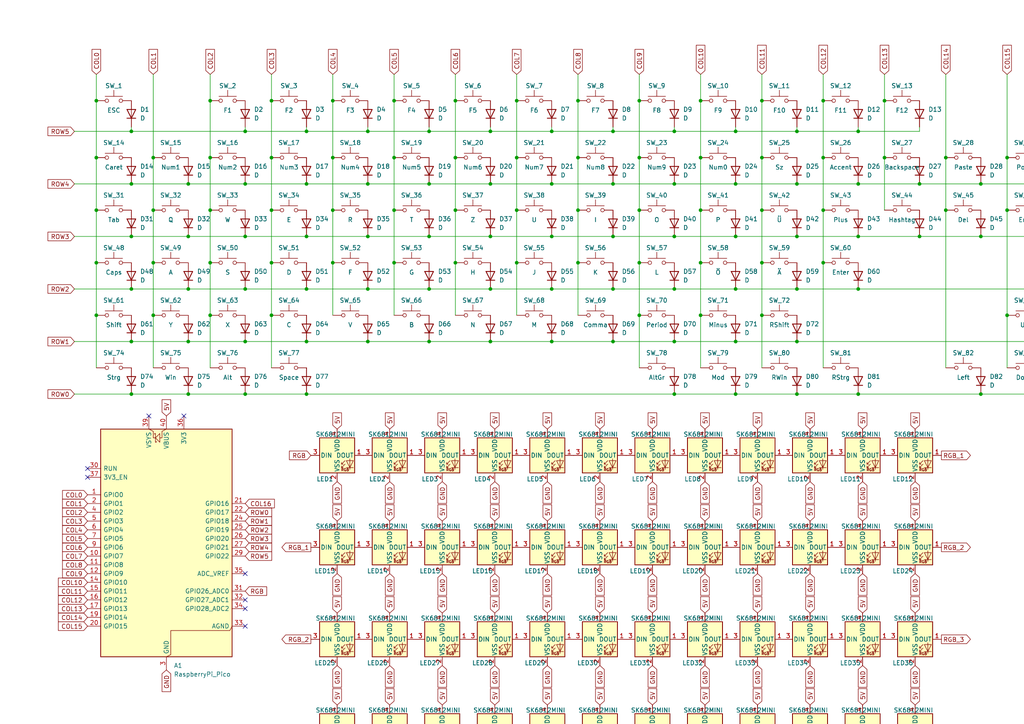
<source format=kicad_sch>
(kicad_sch (version 20250114) (generator "eeschema") (generator_version "9.0")
  (paper "A4")
  (junction (at 238.76 45.72))
  (junction (at 292.1 60.96))
  (junction (at 38.1 83.82))
  (junction (at 231.14 53.34))
  (junction (at 185.42 60.96))
  (junction (at 60.96 45.72))
  (junction (at 142.24 38.1))
  (junction (at 203.2 45.72))
  (junction (at 88.9 38.1))
  (junction (at 106.68 53.34))
  (junction (at 167.64 76.2))
  (junction (at 38.1 38.1))
  (junction (at 231.14 38.1))
  (junction (at 185.42 76.2))
  (junction (at 149.86 76.2))
  (junction (at 106.68 99.06))
  (junction (at 149.86 45.72))
  (junction (at 185.42 29.21))
  (junction (at 231.14 114.3))
  (junction (at 266.7 53.34))
  (junction (at 132.08 45.72))
  (junction (at 274.32 45.72))
  (junction (at 38.1 53.34))
  (junction (at 231.14 83.82))
  (junction (at 203.2 60.96))
  (junction (at 231.14 68.58))
  (junction (at 71.12 53.34))
  (junction (at 142.24 99.06))
  (junction (at 177.8 99.06))
  (junction (at 292.1 45.72))
  (junction (at 160.02 83.82))
  (junction (at 44.45 91.44))
  (junction (at 88.9 83.82))
  (junction (at 71.12 68.58))
  (junction (at 96.52 76.2))
  (junction (at 248.92 114.3))
  (junction (at 106.68 38.1))
  (junction (at 213.36 83.82))
  (junction (at 167.64 45.72))
  (junction (at 38.1 99.06))
  (junction (at 284.48 53.34))
  (junction (at 114.3 76.2))
  (junction (at 274.32 60.96))
  (junction (at 177.8 53.34))
  (junction (at 54.61 53.34))
  (junction (at 54.61 99.06))
  (junction (at 203.2 76.2))
  (junction (at 124.46 68.58))
  (junction (at 132.08 76.2))
  (junction (at 238.76 60.96))
  (junction (at 27.94 45.72))
  (junction (at 195.58 99.06))
  (junction (at 106.68 68.58))
  (junction (at 256.54 45.72))
  (junction (at 96.52 45.72))
  (junction (at 309.88 45.72))
  (junction (at 78.74 76.2))
  (junction (at 220.98 45.72))
  (junction (at 114.3 29.21))
  (junction (at 78.74 45.72))
  (junction (at 256.54 29.21))
  (junction (at 27.94 76.2))
  (junction (at 88.9 53.34))
  (junction (at 195.58 114.3))
  (junction (at 220.98 91.44))
  (junction (at 78.74 29.21))
  (junction (at 302.26 53.34))
  (junction (at 177.8 68.58))
  (junction (at 220.98 76.2))
  (junction (at 71.12 38.1))
  (junction (at 309.88 60.96))
  (junction (at 71.12 83.82))
  (junction (at 213.36 99.06))
  (junction (at 248.92 83.82))
  (junction (at 106.68 83.82))
  (junction (at 160.02 53.34))
  (junction (at 266.7 68.58))
  (junction (at 284.48 114.3))
  (junction (at 88.9 99.06))
  (junction (at 124.46 53.34))
  (junction (at 195.58 83.82))
  (junction (at 27.94 60.96))
  (junction (at 124.46 83.82))
  (junction (at 220.98 60.96))
  (junction (at 185.42 45.72))
  (junction (at 124.46 38.1))
  (junction (at 160.02 99.06))
  (junction (at 248.92 68.58))
  (junction (at 114.3 45.72))
  (junction (at 195.58 38.1))
  (junction (at 96.52 29.21))
  (junction (at 149.86 60.96))
  (junction (at 114.3 60.96))
  (junction (at 160.02 68.58))
  (junction (at 60.96 91.44))
  (junction (at 54.61 83.82))
  (junction (at 213.36 68.58))
  (junction (at 27.94 29.21))
  (junction (at 71.12 99.06))
  (junction (at 54.61 68.58))
  (junction (at 177.8 83.82))
  (junction (at 302.26 114.3))
  (junction (at 132.08 60.96))
  (junction (at 203.2 29.21))
  (junction (at 213.36 53.34))
  (junction (at 238.76 76.2))
  (junction (at 88.9 114.3))
  (junction (at 248.92 53.34))
  (junction (at 60.96 29.21))
  (junction (at 71.12 114.3))
  (junction (at 284.48 68.58))
  (junction (at 44.45 76.2))
  (junction (at 60.96 60.96))
  (junction (at 78.74 60.96))
  (junction (at 60.96 76.2))
  (junction (at 248.92 38.1))
  (junction (at 167.64 60.96))
  (junction (at 38.1 68.58))
  (junction (at 96.52 60.96))
  (junction (at 142.24 53.34))
  (junction (at 132.08 29.21))
  (junction (at 142.24 68.58))
  (junction (at 220.98 29.21))
  (junction (at 38.1 114.3))
  (junction (at 142.24 83.82))
  (junction (at 88.9 68.58))
  (junction (at 149.86 29.21))
  (junction (at 292.1 91.44))
  (junction (at 27.94 91.44))
  (junction (at 231.14 99.06))
  (junction (at 160.02 38.1))
  (junction (at 78.74 91.44))
  (junction (at 124.46 99.06))
  (junction (at 54.61 114.3))
  (junction (at 195.58 68.58))
  (junction (at 213.36 38.1))
  (junction (at 195.58 53.34))
  (junction (at 302.26 68.58))
  (junction (at 44.45 60.96))
  (junction (at 167.64 29.21))
  (junction (at 177.8 38.1))
  (junction (at 238.76 29.21))
  (junction (at 185.42 91.44))
  (junction (at 203.2 91.44))
  (junction (at 44.45 45.72))
  (junction (at 213.36 114.3))
  (no_connect (at 71.12 176.53))
  (no_connect (at 53.34 120.65))
  (no_connect (at 71.12 166.37))
  (no_connect (at 71.12 173.99))
  (no_connect (at 273.05 292.1))
  (no_connect (at 25.4 135.89))
  (no_connect (at 43.18 120.65))
  (no_connect (at 25.4 138.43))
  (no_connect (at 71.12 181.61))
  (wire (pts (xy 44.45 21.59) (xy 44.45 45.72)))
  (wire (pts (xy 38.1 38.1) (xy 71.12 38.1)))
  (wire (pts (xy 238.76 21.59) (xy 238.76 29.21)))
  (wire (pts (xy 78.74 91.44) (xy 78.74 106.68)))
  (wire (pts (xy 177.8 36.83) (xy 177.8 38.1)))
  (wire (pts (xy 231.14 68.58) (xy 248.92 68.58)))
  (wire (pts (xy 220.98 76.2) (xy 220.98 91.44)))
  (wire (pts (xy 195.58 68.58) (xy 213.36 68.58)))
  (wire (pts (xy 38.1 99.06) (xy 54.61 99.06)))
  (wire (pts (xy 195.58 36.83) (xy 195.58 38.1)))
  (wire (pts (xy 309.88 45.72) (xy 309.88 60.96)))
  (wire (pts (xy 195.58 114.3) (xy 213.36 114.3)))
  (wire (pts (xy 203.2 21.59) (xy 203.2 29.21)))
  (wire (pts (xy 78.74 60.96) (xy 78.74 76.2)))
  (wire (pts (xy 38.1 53.34) (xy 54.61 53.34)))
  (wire (pts (xy 106.68 83.82) (xy 124.46 83.82)))
  (wire (pts (xy 185.42 21.59) (xy 185.42 29.21)))
  (wire (pts (xy 114.3 60.96) (xy 114.3 76.2)))
  (wire (pts (xy 185.42 91.44) (xy 185.42 106.68)))
  (wire (pts (xy 238.76 60.96) (xy 238.76 76.2)))
  (wire (pts (xy 231.14 38.1) (xy 248.92 38.1)))
  (wire (pts (xy 220.98 60.96) (xy 220.98 76.2)))
  (wire (pts (xy 160.02 99.06) (xy 177.8 99.06)))
  (wire (pts (xy 266.7 53.34) (xy 284.48 53.34)))
  (wire (pts (xy 142.24 99.06) (xy 160.02 99.06)))
  (wire (pts (xy 292.1 60.96) (xy 292.1 91.44)))
  (wire (pts (xy 114.3 76.2) (xy 114.3 91.44)))
  (wire (pts (xy 160.02 36.83) (xy 160.02 38.1)))
  (wire (pts (xy 44.45 91.44) (xy 44.45 106.68)))
  (wire (pts (xy 78.74 76.2) (xy 78.74 91.44)))
  (wire (pts (xy 167.64 45.72) (xy 167.64 60.96)))
  (wire (pts (xy 142.24 68.58) (xy 160.02 68.58)))
  (wire (pts (xy 96.52 29.21) (xy 96.52 45.72)))
  (wire (pts (xy 185.42 76.2) (xy 185.42 91.44)))
  (wire (pts (xy 231.14 83.82) (xy 248.92 83.82)))
  (wire (pts (xy 256.54 45.72) (xy 256.54 60.96)))
  (wire (pts (xy 231.14 36.83) (xy 231.14 38.1)))
  (wire (pts (xy 21.59 38.1) (xy 38.1 38.1)))
  (wire (pts (xy 274.32 60.96) (xy 274.32 106.68)))
  (wire (pts (xy 88.9 36.83) (xy 88.9 38.1)))
  (wire (pts (xy 124.46 83.82) (xy 142.24 83.82)))
  (wire (pts (xy 44.45 76.2) (xy 44.45 91.44)))
  (wire (pts (xy 160.02 68.58) (xy 177.8 68.58)))
  (wire (pts (xy 309.88 60.96) (xy 309.88 106.68)))
  (wire (pts (xy 88.9 53.34) (xy 106.68 53.34)))
  (wire (pts (xy 38.1 114.3) (xy 54.61 114.3)))
  (wire (pts (xy 220.98 29.21) (xy 220.98 45.72)))
  (wire (pts (xy 132.08 45.72) (xy 132.08 60.96)))
  (wire (pts (xy 88.9 114.3) (xy 195.58 114.3)))
  (wire (pts (xy 292.1 45.72) (xy 292.1 60.96)))
  (wire (pts (xy 71.12 99.06) (xy 88.9 99.06)))
  (wire (pts (xy 248.92 114.3) (xy 284.48 114.3)))
  (wire (pts (xy 220.98 91.44) (xy 220.98 106.68)))
  (wire (pts (xy 231.14 114.3) (xy 248.92 114.3)))
  (wire (pts (xy 274.32 21.59) (xy 274.32 45.72)))
  (wire (pts (xy 177.8 38.1) (xy 195.58 38.1)))
  (wire (pts (xy 88.9 68.58) (xy 106.68 68.58)))
  (wire (pts (xy 203.2 60.96) (xy 203.2 76.2)))
  (wire (pts (xy 96.52 45.72) (xy 96.52 60.96)))
  (wire (pts (xy 256.54 29.21) (xy 256.54 45.72)))
  (wire (pts (xy 27.94 60.96) (xy 27.94 76.2)))
  (wire (pts (xy 248.92 36.83) (xy 248.92 38.1)))
  (wire (pts (xy 38.1 83.82) (xy 54.61 83.82)))
  (wire (pts (xy 124.46 99.06) (xy 142.24 99.06)))
  (wire (pts (xy 248.92 83.82) (xy 320.04 83.82)))
  (wire (pts (xy 114.3 21.59) (xy 114.3 29.21)))
  (wire (pts (xy 54.61 53.34) (xy 71.12 53.34)))
  (wire (pts (xy 160.02 38.1) (xy 177.8 38.1)))
  (wire (pts (xy 71.12 114.3) (xy 88.9 114.3)))
  (wire (pts (xy 132.08 76.2) (xy 132.08 91.44)))
  (wire (pts (xy 106.68 53.34) (xy 124.46 53.34)))
  (wire (pts (xy 142.24 53.34) (xy 160.02 53.34)))
  (wire (pts (xy 142.24 36.83) (xy 142.24 38.1)))
  (wire (pts (xy 106.68 68.58) (xy 124.46 68.58)))
  (wire (pts (xy 292.1 21.59) (xy 292.1 45.72)))
  (wire (pts (xy 38.1 68.58) (xy 54.61 68.58)))
  (wire (pts (xy 238.76 45.72) (xy 238.76 60.96)))
  (wire (pts (xy 60.96 91.44) (xy 60.96 106.68)))
  (wire (pts (xy 21.59 53.34) (xy 38.1 53.34)))
  (wire (pts (xy 21.59 114.3) (xy 38.1 114.3)))
  (wire (pts (xy 203.2 45.72) (xy 203.2 60.96)))
  (wire (pts (xy 60.96 29.21) (xy 60.96 45.72)))
  (wire (pts (xy 248.92 53.34) (xy 266.7 53.34)))
  (wire (pts (xy 54.61 114.3) (xy 71.12 114.3)))
  (wire (pts (xy 54.61 83.82) (xy 71.12 83.82)))
  (wire (pts (xy 114.3 45.72) (xy 114.3 60.96)))
  (wire (pts (xy 220.98 45.72) (xy 220.98 60.96)))
  (wire (pts (xy 132.08 21.59) (xy 132.08 29.21)))
  (wire (pts (xy 88.9 38.1) (xy 106.68 38.1)))
  (wire (pts (xy 302.26 68.58) (xy 320.04 68.58)))
  (wire (pts (xy 213.36 99.06) (xy 231.14 99.06)))
  (wire (pts (xy 132.08 29.21) (xy 132.08 45.72)))
  (wire (pts (xy 132.08 60.96) (xy 132.08 76.2)))
  (wire (pts (xy 44.45 60.96) (xy 44.45 76.2)))
  (wire (pts (xy 54.61 99.06) (xy 71.12 99.06)))
  (wire (pts (xy 195.58 83.82) (xy 213.36 83.82)))
  (wire (pts (xy 284.48 114.3) (xy 302.26 114.3)))
  (wire (pts (xy 284.48 68.58) (xy 302.26 68.58)))
  (wire (pts (xy 195.58 38.1) (xy 213.36 38.1)))
  (wire (pts (xy 213.36 83.82) (xy 231.14 83.82)))
  (wire (pts (xy 177.8 99.06) (xy 195.58 99.06)))
  (wire (pts (xy 96.52 76.2) (xy 96.52 91.44)))
  (wire (pts (xy 60.96 45.72) (xy 60.96 60.96)))
  (wire (pts (xy 309.88 21.59) (xy 309.88 45.72)))
  (wire (pts (xy 78.74 29.21) (xy 78.74 45.72)))
  (wire (pts (xy 149.86 60.96) (xy 149.86 76.2)))
  (wire (pts (xy 302.26 114.3) (xy 320.04 114.3)))
  (wire (pts (xy 149.86 29.21) (xy 149.86 45.72)))
  (wire (pts (xy 231.14 53.34) (xy 248.92 53.34)))
  (wire (pts (xy 266.7 68.58) (xy 284.48 68.58)))
  (wire (pts (xy 177.8 53.34) (xy 195.58 53.34)))
  (wire (pts (xy 238.76 29.21) (xy 238.76 45.72)))
  (wire (pts (xy 284.48 53.34) (xy 302.26 53.34)))
  (wire (pts (xy 71.12 38.1) (xy 88.9 38.1)))
  (wire (pts (xy 213.36 36.83) (xy 213.36 38.1)))
  (wire (pts (xy 60.96 76.2) (xy 60.96 91.44)))
  (wire (pts (xy 256.54 21.59) (xy 256.54 29.21)))
  (wire (pts (xy 167.64 76.2) (xy 167.64 91.44)))
  (wire (pts (xy 71.12 53.34) (xy 88.9 53.34)))
  (wire (pts (xy 106.68 36.83) (xy 106.68 38.1)))
  (wire (pts (xy 71.12 83.82) (xy 88.9 83.82)))
  (wire (pts (xy 27.94 76.2) (xy 27.94 91.44)))
  (wire (pts (xy 167.64 29.21) (xy 167.64 45.72)))
  (wire (pts (xy 96.52 21.59) (xy 96.52 29.21)))
  (wire (pts (xy 213.36 38.1) (xy 231.14 38.1)))
  (wire (pts (xy 292.1 91.44) (xy 292.1 106.68)))
  (wire (pts (xy 160.02 83.82) (xy 177.8 83.82)))
  (wire (pts (xy 21.59 99.06) (xy 38.1 99.06)))
  (wire (pts (xy 78.74 21.59) (xy 78.74 29.21)))
  (wire (pts (xy 142.24 83.82) (xy 160.02 83.82)))
  (wire (pts (xy 54.61 68.58) (xy 71.12 68.58)))
  (wire (pts (xy 160.02 53.34) (xy 177.8 53.34)))
  (wire (pts (xy 27.94 21.59) (xy 27.94 29.21)))
  (wire (pts (xy 21.59 68.58) (xy 38.1 68.58)))
  (wire (pts (xy 185.42 45.72) (xy 185.42 60.96)))
  (wire (pts (xy 238.76 76.2) (xy 238.76 106.68)))
  (wire (pts (xy 88.9 83.82) (xy 106.68 83.82)))
  (wire (pts (xy 302.26 53.34) (xy 320.04 53.34)))
  (wire (pts (xy 21.59 83.82) (xy 38.1 83.82)))
  (wire (pts (xy 142.24 38.1) (xy 160.02 38.1)))
  (wire (pts (xy 114.3 29.21) (xy 114.3 45.72)))
  (wire (pts (xy 185.42 60.96) (xy 185.42 76.2)))
  (wire (pts (xy 220.98 21.59) (xy 220.98 29.21)))
  (wire (pts (xy 27.94 29.21) (xy 27.94 45.72)))
  (wire (pts (xy 213.36 53.34) (xy 231.14 53.34)))
  (wire (pts (xy 60.96 21.59) (xy 60.96 29.21)))
  (wire (pts (xy 231.14 99.06) (xy 302.26 99.06)))
  (wire (pts (xy 124.46 38.1) (xy 142.24 38.1)))
  (wire (pts (xy 248.92 68.58) (xy 266.7 68.58)))
  (wire (pts (xy 195.58 53.34) (xy 213.36 53.34)))
  (wire (pts (xy 78.74 45.72) (xy 78.74 60.96)))
  (wire (pts (xy 185.42 29.21) (xy 185.42 45.72)))
  (wire (pts (xy 177.8 68.58) (xy 195.58 68.58)))
  (wire (pts (xy 106.68 38.1) (xy 124.46 38.1)))
  (wire (pts (xy 38.1 36.83) (xy 38.1 38.1)))
  (wire (pts (xy 195.58 99.06) (xy 213.36 99.06)))
  (wire (pts (xy 203.2 91.44) (xy 203.2 106.68)))
  (wire (pts (xy 274.32 45.72) (xy 274.32 60.96)))
  (wire (pts (xy 106.68 99.06) (xy 124.46 99.06)))
  (wire (pts (xy 213.36 114.3) (xy 231.14 114.3)))
  (wire (pts (xy 203.2 29.21) (xy 203.2 45.72)))
  (wire (pts (xy 167.64 60.96) (xy 167.64 76.2)))
  (wire (pts (xy 88.9 99.06) (xy 106.68 99.06)))
  (wire (pts (xy 71.12 68.58) (xy 88.9 68.58)))
  (wire (pts (xy 149.86 76.2) (xy 149.86 91.44)))
  (wire (pts (xy 124.46 68.58) (xy 142.24 68.58)))
  (wire (pts (xy 167.64 21.59) (xy 167.64 29.21)))
  (wire (pts (xy 248.92 38.1) (xy 266.7 38.1)))
  (wire (pts (xy 203.2 76.2) (xy 203.2 91.44)))
  (wire (pts (xy 44.45 45.72) (xy 44.45 60.96)))
  (wire (pts (xy 27.94 45.72) (xy 27.94 60.96)))
  (wire (pts (xy 124.46 36.83) (xy 124.46 38.1)))
  (wire (pts (xy 149.86 21.59) (xy 149.86 29.21)))
  (wire (pts (xy 149.86 45.72) (xy 149.86 60.96)))
  (wire (pts (xy 213.36 68.58) (xy 231.14 68.58)))
  (wire (pts (xy 124.46 53.34) (xy 142.24 53.34)))
  (wire (pts (xy 177.8 83.82) (xy 195.58 83.82)))
  (wire (pts (xy 96.52 60.96) (xy 96.52 76.2)))
  (wire (pts (xy 60.96 60.96) (xy 60.96 76.2)))
  (wire (pts (xy 71.12 36.83) (xy 71.12 38.1)))
  (wire (pts (xy 27.94 91.44) (xy 27.94 106.68)))
  (wire (pts (xy 266.7 36.83) (xy 266.7 38.1)))
  (global_label "ROW4" (shape input) (at 21.59 53.34 180) (property "Intersheetrefs" "${INTERSHEET_REFS}" (effects (hide yes))))
  (global_label "GND" (shape input) (at 234.95 193.04 270) (property "Intersheetrefs" "${INTERSHEET_REFS}" (effects (hide yes))))
  (global_label "COL7" (shape input) (at 149.86 21.59 90) (property "Intersheetrefs" "${INTERSHEET_REFS}" (effects (hide yes))))
  (global_label "5V" (shape input) (at 173.99 204.47 90) (property "Intersheetrefs" "${INTERSHEET_REFS}" (effects (hide yes))))
  (global_label "GND" (shape input) (at 189.23 166.37 270) (property "Intersheetrefs" "${INTERSHEET_REFS}" (effects (hide yes))))
  (global_label "ROW5" (shape input) (at 21.59 38.1 180) (property "Intersheetrefs" "${INTERSHEET_REFS}" (effects (hide yes))))
  (global_label "GND" (shape input) (at 97.79 166.37 270) (property "Intersheetrefs" "${INTERSHEET_REFS}" (effects (hide yes))))
  (global_label "5V" (shape input) (at 234.95 231.14 90) (property "Intersheetrefs" "${INTERSHEET_REFS}" (effects (hide yes))))
  (global_label "GND" (shape input) (at 158.75 193.04 270) (property "Intersheetrefs" "${INTERSHEET_REFS}" (effects (hide yes))))
  (global_label "COL8" (shape input) (at 25.4 163.83 180) (property "Intersheetrefs" "${INTERSHEET_REFS}" (effects (hide yes))))
  (global_label "COL8" (shape input) (at 167.64 21.59 90) (property "Intersheetrefs" "${INTERSHEET_REFS}" (effects (hide yes))))
  (global_label "5V" (shape input) (at 189.23 284.48 90) (property "Intersheetrefs" "${INTERSHEET_REFS}" (effects (hide yes))))
  (global_label "COL11" (shape input) (at 25.4 171.45 180) (property "Intersheetrefs" "${INTERSHEET_REFS}" (effects (hide yes))))
  (global_label "GND" (shape input) (at 234.95 299.72 270) (property "Intersheetrefs" "${INTERSHEET_REFS}" (effects (hide yes))))
  (global_label "GND" (shape input) (at 234.95 246.38 270) (property "Intersheetrefs" "${INTERSHEET_REFS}" (effects (hide yes))))
  (global_label "5V" (shape input) (at 204.47 204.47 90) (property "Intersheetrefs" "${INTERSHEET_REFS}" (effects (hide yes))))
  (global_label "5V" (shape input) (at 250.19 151.13 90) (property "Intersheetrefs" "${INTERSHEET_REFS}" (effects (hide yes))))
  (global_label "RGB_2" (shape output) (at 90.17 185.42 180) (property "Intersheetrefs" "${INTERSHEET_REFS}" (effects (hide yes))))
  (global_label "RGB_4" (shape output) (at 90.17 238.76 180) (property "Intersheetrefs" "${INTERSHEET_REFS}" (effects (hide yes))))
  (global_label "COL6" (shape input) (at 132.08 21.59 90) (property "Intersheetrefs" "${INTERSHEET_REFS}" (effects (hide yes))))
  (global_label "GND" (shape input) (at 189.23 193.04 270) (property "Intersheetrefs" "${INTERSHEET_REFS}" (effects (hide yes))))
  (global_label "ROW5" (shape input) (at 71.12 161.29 0) (property "Intersheetrefs" "${INTERSHEET_REFS}" (effects (hide yes))))
  (global_label "5V" (shape input) (at 204.47 257.81 90) (property "Intersheetrefs" "${INTERSHEET_REFS}" (effects (hide yes))))
  (global_label "COL15" (shape input) (at 25.4 181.61 180) (property "Intersheetrefs" "${INTERSHEET_REFS}" (effects (hide yes))))
  (global_label "GND" (shape input) (at 250.19 193.04 270) (property "Intersheetrefs" "${INTERSHEET_REFS}" (effects (hide yes))))
  (global_label "5V" (shape input) (at 265.43 151.13 90) (property "Intersheetrefs" "${INTERSHEET_REFS}" (effects (hide yes))))
  (global_label "GND" (shape input) (at 97.79 246.38 270) (property "Intersheetrefs" "${INTERSHEET_REFS}" (effects (hide yes))))
  (global_label "5V" (shape input) (at 173.99 124.46 90) (property "Intersheetrefs" "${INTERSHEET_REFS}" (effects (hide yes))))
  (global_label "5V" (shape input) (at 113.03 204.47 90) (property "Intersheetrefs" "${INTERSHEET_REFS}" (effects (hide yes))))
  (global_label "GND" (shape input) (at 219.71 299.72 270) (property "Intersheetrefs" "${INTERSHEET_REFS}" (effects (hide yes))))
  (global_label "ROW1" (shape input) (at 71.12 151.13 0) (property "Intersheetrefs" "${INTERSHEET_REFS}" (effects (hide yes))))
  (global_label "RGB_6" (shape output) (at 273.05 265.43 0) (property "Intersheetrefs" "${INTERSHEET_REFS}" (effects (hide yes))))
  (global_label "COL13" (shape input) (at 256.54 21.59 90) (property "Intersheetrefs" "${INTERSHEET_REFS}" (effects (hide yes))))
  (global_label "COL3" (shape input) (at 25.4 151.13 180) (property "Intersheetrefs" "${INTERSHEET_REFS}" (effects (hide yes))))
  (global_label "5V" (shape input) (at 265.43 204.47 90) (property "Intersheetrefs" "${INTERSHEET_REFS}" (effects (hide yes))))
  (global_label "RGB" (shape input) (at 90.17 132.08 180) (property "Intersheetrefs" "${INTERSHEET_REFS}" (effects (hide yes))))
  (global_label "COL14" (shape input) (at 25.4 179.07 180) (property "Intersheetrefs" "${INTERSHEET_REFS}" (effects (hide yes))))
  (global_label "5V" (shape input) (at 128.27 284.48 90) (property "Intersheetrefs" "${INTERSHEET_REFS}" (effects (hide yes))))
  (global_label "5V" (shape input) (at 219.71 284.48 90) (property "Intersheetrefs" "${INTERSHEET_REFS}" (effects (hide yes))))
  (global_label "5V" (shape input) (at 97.79 177.8 90) (property "Intersheetrefs" "${INTERSHEET_REFS}" (effects (hide yes))))
  (global_label "RGB_1" (shape output) (at 90.17 158.75 180) (property "Intersheetrefs" "${INTERSHEET_REFS}" (effects (hide yes))))
  (global_label "5V" (shape input) (at 173.99 231.14 90) (property "Intersheetrefs" "${INTERSHEET_REFS}" (effects (hide yes))))
  (global_label "5V" (shape input) (at 234.95 177.8 90) (property "Intersheetrefs" "${INTERSHEET_REFS}" (effects (hide yes))))
  (global_label "GND" (shape input) (at 143.51 246.38 270) (property "Intersheetrefs" "${INTERSHEET_REFS}" (effects (hide yes))))
  (global_label "5V" (shape input) (at 204.47 177.8 90) (property "Intersheetrefs" "${INTERSHEET_REFS}" (effects (hide yes))))
  (global_label "5V" (shape input) (at 250.19 231.14 90) (property "Intersheetrefs" "${INTERSHEET_REFS}" (effects (hide yes))))
  (global_label "COL0" (shape input) (at 25.4 143.51 180) (property "Intersheetrefs" "${INTERSHEET_REFS}" (effects (hide yes))))
  (global_label "COL13" (shape input) (at 25.4 176.53 180) (property "Intersheetrefs" "${INTERSHEET_REFS}" (effects (hide yes))))
  (global_label "5V" (shape input) (at 143.51 151.13 90) (property "Intersheetrefs" "${INTERSHEET_REFS}" (effects (hide yes))))
  (global_label "COL11" (shape input) (at 220.98 21.59 90) (property "Intersheetrefs" "${INTERSHEET_REFS}" (effects (hide yes))))
  (global_label "5V" (shape input) (at 250.19 177.8 90) (property "Intersheetrefs" "${INTERSHEET_REFS}" (effects (hide yes))))
  (global_label "5V" (shape input) (at 158.75 231.14 90) (property "Intersheetrefs" "${INTERSHEET_REFS}" (effects (hide yes))))
  (global_label "RGB_5" (shape output) (at 90.17 265.43 180) (property "Intersheetrefs" "${INTERSHEET_REFS}" (effects (hide yes))))
  (global_label "GND" (shape input) (at 265.43 299.72 270) (property "Intersheetrefs" "${INTERSHEET_REFS}" (effects (hide yes))))
  (global_label "5V" (shape input) (at 219.71 177.8 90) (property "Intersheetrefs" "${INTERSHEET_REFS}" (effects (hide yes))))
  (global_label "5V" (shape input) (at 143.51 231.14 90) (property "Intersheetrefs" "${INTERSHEET_REFS}" (effects (hide yes))))
  (global_label "5V" (shape input) (at 189.23 204.47 90) (property "Intersheetrefs" "${INTERSHEET_REFS}" (effects (hide yes))))
  (global_label "GND" (shape input) (at 158.75 299.72 270) (property "Intersheetrefs" "${INTERSHEET_REFS}" (effects (hide yes))))
  (global_label "GND" (shape input) (at 204.47 193.04 270) (property "Intersheetrefs" "${INTERSHEET_REFS}" (effects (hide yes))))
  (global_label "5V" (shape input) (at 234.95 257.81 90) (property "Intersheetrefs" "${INTERSHEET_REFS}" (effects (hide yes))))
  (global_label "GND" (shape input) (at 97.79 139.7 270) (property "Intersheetrefs" "${INTERSHEET_REFS}" (effects (hide yes))))
  (global_label "5V" (shape input) (at 250.19 204.47 90) (property "Intersheetrefs" "${INTERSHEET_REFS}" (effects (hide yes))))
  (global_label "5V" (shape input) (at 219.71 231.14 90) (property "Intersheetrefs" "${INTERSHEET_REFS}" (effects (hide yes))))
  (global_label "5V" (shape input) (at 143.51 204.47 90) (property "Intersheetrefs" "${INTERSHEET_REFS}" (effects (hide yes))))
  (global_label "RGB" (shape input) (at 71.12 171.45 0) (property "Intersheetrefs" "${INTERSHEET_REFS}" (effects (hide yes))))
  (global_label "GND" (shape input) (at 113.03 166.37 270) (property "Intersheetrefs" "${INTERSHEET_REFS}" (effects (hide yes))))
  (global_label "5V" (shape input) (at 158.75 257.81 90) (property "Intersheetrefs" "${INTERSHEET_REFS}" (effects (hide yes))))
  (global_label "COL15" (shape input) (at 292.1 21.59 90) (property "Intersheetrefs" "${INTERSHEET_REFS}" (effects (hide yes))))
  (global_label "5V" (shape input) (at 128.27 204.47 90) (property "Intersheetrefs" "${INTERSHEET_REFS}" (effects (hide yes))))
  (global_label "ROW2" (shape input) (at 21.59 83.82 180) (property "Intersheetrefs" "${INTERSHEET_REFS}" (effects (hide yes))))
  (global_label "5V" (shape input) (at 143.51 177.8 90) (property "Intersheetrefs" "${INTERSHEET_REFS}" (effects (hide yes))))
  (global_label "ROW4" (shape input) (at 71.12 158.75 0) (property "Intersheetrefs" "${INTERSHEET_REFS}" (effects (hide yes))))
  (global_label "GND" (shape input) (at 219.71 219.71 270) (property "Intersheetrefs" "${INTERSHEET_REFS}" (effects (hide yes))))
  (global_label "COL3" (shape input) (at 78.74 21.59 90) (property "Intersheetrefs" "${INTERSHEET_REFS}" (effects (hide yes))))
  (global_label "COL14" (shape input) (at 274.32 21.59 90) (property "Intersheetrefs" "${INTERSHEET_REFS}" (effects (hide yes))))
  (global_label "5V" (shape input) (at 97.79 257.81 90) (property "Intersheetrefs" "${INTERSHEET_REFS}" (effects (hide yes))))
  (global_label "GND" (shape input) (at 234.95 166.37 270) (property "Intersheetrefs" "${INTERSHEET_REFS}" (effects (hide yes))))
  (global_label "GND" (shape input) (at 97.79 299.72 270) (property "Intersheetrefs" "${INTERSHEET_REFS}" (effects (hide yes))))
  (global_label "5V" (shape input) (at 204.47 124.46 90) (property "Intersheetrefs" "${INTERSHEET_REFS}" (effects (hide yes))))
  (global_label "ROW0" (shape input) (at 71.12 148.59 0) (property "Intersheetrefs" "${INTERSHEET_REFS}" (effects (hide yes))))
  (global_label "COL4" (shape input) (at 96.52 21.59 90) (property "Intersheetrefs" "${INTERSHEET_REFS}" (effects (hide yes))))
  (global_label "5V" (shape input) (at 234.95 151.13 90) (property "Intersheetrefs" "${INTERSHEET_REFS}" (effects (hide yes))))
  (global_label "5V" (shape input) (at 250.19 257.81 90) (property "Intersheetrefs" "${INTERSHEET_REFS}" (effects (hide yes))))
  (global_label "5V" (shape input) (at 128.27 231.14 90) (property "Intersheetrefs" "${INTERSHEET_REFS}" (effects (hide yes))))
  (global_label "5V" (shape input) (at 234.95 284.48 90) (property "Intersheetrefs" "${INTERSHEET_REFS}" (effects (hide yes))))
  (global_label "5V" (shape input) (at 97.79 151.13 90) (property "Intersheetrefs" "${INTERSHEET_REFS}" (effects (hide yes))))
  (global_label "GND" (shape input) (at 204.47 139.7 270) (property "Intersheetrefs" "${INTERSHEET_REFS}" (effects (hide yes))))
  (global_label "GND" (shape input) (at 219.71 246.38 270) (property "Intersheetrefs" "${INTERSHEET_REFS}" (effects (hide yes))))
  (global_label "5V" (shape input) (at 97.79 124.46 90) (property "Intersheetrefs" "${INTERSHEET_REFS}" (effects (hide yes))))
  (global_label "5V" (shape input) (at 265.43 177.8 90) (property "Intersheetrefs" "${INTERSHEET_REFS}" (effects (hide yes))))
  (global_label "GND" (shape input) (at 143.51 193.04 270) (property "Intersheetrefs" "${INTERSHEET_REFS}" (effects (hide yes))))
  (global_label "5V" (shape input) (at 250.19 124.46 90) (property "Intersheetrefs" "${INTERSHEET_REFS}" (effects (hide yes))))
  (global_label "5V" (shape input) (at 113.03 284.48 90) (property "Intersheetrefs" "${INTERSHEET_REFS}" (effects (hide yes))))
  (global_label "GND" (shape input) (at 128.27 273.05 270) (property "Intersheetrefs" "${INTERSHEET_REFS}" (effects (hide yes))))
  (global_label "5V" (shape input) (at 189.23 231.14 90) (property "Intersheetrefs" "${INTERSHEET_REFS}" (effects (hide yes))))
  (global_label "COL2" (shape input) (at 60.96 21.59 90) (property "Intersheetrefs" "${INTERSHEET_REFS}" (effects (hide yes))))
  (global_label "5V" (shape input) (at 158.75 284.48 90) (property "Intersheetrefs" "${INTERSHEET_REFS}" (effects (hide yes))))
  (global_label "COL5" (shape input) (at 114.3 21.59 90) (property "Intersheetrefs" "${INTERSHEET_REFS}" (effects (hide yes))))
  (global_label "GND" (shape input) (at 219.71 166.37 270) (property "Intersheetrefs" "${INTERSHEET_REFS}" (effects (hide yes))))
  (global_label "GND" (shape input) (at 143.51 166.37 270) (property "Intersheetrefs" "${INTERSHEET_REFS}" (effects (hide yes))))
  (global_label "GND" (shape input) (at 173.99 193.04 270) (property "Intersheetrefs" "${INTERSHEET_REFS}" (effects (hide yes))))
  (global_label "5V" (shape input) (at 113.03 124.46 90) (property "Intersheetrefs" "${INTERSHEET_REFS}" (effects (hide yes))))
  (global_label "5V" (shape input) (at 234.95 124.46 90) (property "Intersheetrefs" "${INTERSHEET_REFS}" (effects (hide yes))))
  (global_label "GND" (shape input) (at 113.03 273.05 270) (property "Intersheetrefs" "${INTERSHEET_REFS}" (effects (hide yes))))
  (global_label "GND" (shape input) (at 158.75 219.71 270) (property "Intersheetrefs" "${INTERSHEET_REFS}" (effects (hide yes))))
  (global_label "5V" (shape input) (at 128.27 124.46 90) (property "Intersheetrefs" "${INTERSHEET_REFS}" (effects (hide yes))))
  (global_label "GND" (shape input) (at 128.27 139.7 270) (property "Intersheetrefs" "${INTERSHEET_REFS}" (effects (hide yes))))
  (global_label "GND" (shape input) (at 250.19 139.7 270) (property "Intersheetrefs" "${INTERSHEET_REFS}" (effects (hide yes))))
  (global_label "GND" (shape input) (at 234.95 273.05 270) (property "Intersheetrefs" "${INTERSHEET_REFS}" (effects (hide yes))))
  (global_label "GND" (shape input) (at 97.79 219.71 270) (property "Intersheetrefs" "${INTERSHEET_REFS}" (effects (hide yes))))
  (global_label "5V" (shape input) (at 97.79 231.14 90) (property "Intersheetrefs" "${INTERSHEET_REFS}" (effects (hide yes))))
  (global_label "5V" (shape input) (at 265.43 257.81 90) (property "Intersheetrefs" "${INTERSHEET_REFS}" (effects (hide yes))))
  (global_label "5V" (shape input) (at 173.99 151.13 90) (property "Intersheetrefs" "${INTERSHEET_REFS}" (effects (hide yes))))
  (global_label "GND" (shape input) (at 204.47 219.71 270) (property "Intersheetrefs" "${INTERSHEET_REFS}" (effects (hide yes))))
  (global_label "GND" (shape input) (at 189.23 139.7 270) (property "Intersheetrefs" "${INTERSHEET_REFS}" (effects (hide yes))))
  (global_label "COL10" (shape input) (at 203.2 21.59 90) (property "Intersheetrefs" "${INTERSHEET_REFS}" (effects (hide yes))))
  (global_label "GND" (shape input) (at 204.47 246.38 270) (property "Intersheetrefs" "${INTERSHEET_REFS}" (effects (hide yes))))
  (global_label "COL9" (shape input) (at 185.42 21.59 90) (property "Intersheetrefs" "${INTERSHEET_REFS}" (effects (hide yes))))
  (global_label "5V" (shape input) (at 219.71 124.46 90) (property "Intersheetrefs" "${INTERSHEET_REFS}" (effects (hide yes))))
  (global_label "GND" (shape input) (at 250.19 219.71 270) (property "Intersheetrefs" "${INTERSHEET_REFS}" (effects (hide yes))))
  (global_label "5V" (shape input) (at 265.43 231.14 90) (property "Intersheetrefs" "${INTERSHEET_REFS}" (effects (hide yes))))
  (global_label "GND" (shape input) (at 219.71 139.7 270) (property "Intersheetrefs" "${INTERSHEET_REFS}" (effects (hide yes))))
  (global_label "5V" (shape input) (at 113.03 257.81 90) (property "Intersheetrefs" "${INTERSHEET_REFS}" (effects (hide yes))))
  (global_label "GND" (shape input) (at 204.47 299.72 270) (property "Intersheetrefs" "${INTERSHEET_REFS}" (effects (hide yes))))
  (global_label "GND" (shape input) (at 219.71 193.04 270) (property "Intersheetrefs" "${INTERSHEET_REFS}" (effects (hide yes))))
  (global_label "5V" (shape input) (at 158.75 204.47 90) (property "Intersheetrefs" "${INTERSHEET_REFS}" (effects (hide yes))))
  (global_label "COL16" (shape input) (at 71.12 146.05 0) (property "Intersheetrefs" "${INTERSHEET_REFS}" (effects (hide yes))))
  (global_label "5V" (shape input) (at 113.03 151.13 90) (property "Intersheetrefs" "${INTERSHEET_REFS}" (effects (hide yes))))
  (global_label "GND" (shape input) (at 265.43 139.7 270) (property "Intersheetrefs" "${INTERSHEET_REFS}" (effects (hide yes))))
  (global_label "5V" (shape input) (at 234.95 204.47 90) (property "Intersheetrefs" "${INTERSHEET_REFS}" (effects (hide yes))))
  (global_label "ROW0" (shape input) (at 21.59 114.3 180) (property "Intersheetrefs" "${INTERSHEET_REFS}" (effects (hide yes))))
  (global_label "COL12" (shape input) (at 238.76 21.59 90) (property "Intersheetrefs" "${INTERSHEET_REFS}" (effects (hide yes))))
  (global_label "GND" (shape input) (at 173.99 299.72 270) (property "Intersheetrefs" "${INTERSHEET_REFS}" (effects (hide yes))))
  (global_label "COL6" (shape input) (at 25.4 158.75 180) (property "Intersheetrefs" "${INTERSHEET_REFS}" (effects (hide yes))))
  (global_label "COL12" (shape input) (at 25.4 173.99 180) (property "Intersheetrefs" "${INTERSHEET_REFS}" (effects (hide yes))))
  (global_label "5V" (shape input) (at 158.75 177.8 90) (property "Intersheetrefs" "${INTERSHEET_REFS}" (effects (hide yes))))
  (global_label "5V" (shape input) (at 219.71 204.47 90) (property "Intersheetrefs" "${INTERSHEET_REFS}" (effects (hide yes))))
  (global_label "GND" (shape input) (at 234.95 219.71 270) (property "Intersheetrefs" "${INTERSHEET_REFS}" (effects (hide yes))))
  (global_label "GND" (shape input) (at 113.03 299.72 270) (property "Intersheetrefs" "${INTERSHEET_REFS}" (effects (hide yes))))
  (global_label "GND" (shape input) (at 113.03 246.38 270) (property "Intersheetrefs" "${INTERSHEET_REFS}" (effects (hide yes))))
  (global_label "RGB_2" (shape output) (at 273.05 158.75 0) (property "Intersheetrefs" "${INTERSHEET_REFS}" (effects (hide yes))))
  (global_label "GND" (shape input) (at 158.75 166.37 270) (property "Intersheetrefs" "${INTERSHEET_REFS}" (effects (hide yes))))
  (global_label "ROW3" (shape input) (at 21.59 68.58 180) (property "Intersheetrefs" "${INTERSHEET_REFS}" (effects (hide yes))))
  (global_label "RGB_1" (shape output) (at 273.05 132.08 0) (property "Intersheetrefs" "${INTERSHEET_REFS}" (effects (hide yes))))
  (global_label "GND" (shape input) (at 173.99 166.37 270) (property "Intersheetrefs" "${INTERSHEET_REFS}" (effects (hide yes))))
  (global_label "5V" (shape input) (at 189.23 124.46 90) (property "Intersheetrefs" "${INTERSHEET_REFS}" (effects (hide yes))))
  (global_label "5V" (shape input) (at 173.99 257.81 90) (property "Intersheetrefs" "${INTERSHEET_REFS}" (effects (hide yes))))
  (global_label "GND" (shape input) (at 250.19 246.38 270) (property "Intersheetrefs" "${INTERSHEET_REFS}" (effects (hide yes))))
  (global_label "5V" (shape input) (at 128.27 151.13 90) (property "Intersheetrefs" "${INTERSHEET_REFS}" (effects (hide yes))))
  (global_label "GND" (shape input) (at 97.79 193.04 270) (property "Intersheetrefs" "${INTERSHEET_REFS}" (effects (hide yes))))
  (global_label "5V" (shape input) (at 173.99 284.48 90) (property "Intersheetrefs" "${INTERSHEET_REFS}" (effects (hide yes))))
  (global_label "5V" (shape input) (at 143.51 284.48 90) (property "Intersheetrefs" "${INTERSHEET_REFS}" (effects (hide yes))))
  (global_label "GND" (shape input) (at 234.95 139.7 270) (property "Intersheetrefs" "${INTERSHEET_REFS}" (effects (hide yes))))
  (global_label "GND" (shape input) (at 173.99 219.71 270) (property "Intersheetrefs" "${INTERSHEET_REFS}" (effects (hide yes))))
  (global_label "GND" (shape input) (at 128.27 246.38 270) (property "Intersheetrefs" "${INTERSHEET_REFS}" (effects (hide yes))))
  (global_label "5V" (shape input) (at 113.03 231.14 90) (property "Intersheetrefs" "${INTERSHEET_REFS}" (effects (hide yes))))
  (global_label "5V" (shape input) (at 189.23 151.13 90) (property "Intersheetrefs" "${INTERSHEET_REFS}" (effects (hide yes))))
  (global_label "GND" (shape input) (at 97.79 273.05 270) (property "Intersheetrefs" "${INTERSHEET_REFS}" (effects (hide yes))))
  (global_label "GND" (shape input) (at 113.03 139.7 270) (property "Intersheetrefs" "${INTERSHEET_REFS}" (effects (hide yes))))
  (global_label "ROW3" (shape input) (at 71.12 156.21 0) (property "Intersheetrefs" "${INTERSHEET_REFS}" (effects (hide yes))))
  (global_label "GND" (shape input) (at 189.23 299.72 270) (property "Intersheetrefs" "${INTERSHEET_REFS}" (effects (hide yes))))
  (global_label "5V" (shape input) (at 128.27 177.8 90) (property "Intersheetrefs" "${INTERSHEET_REFS}" (effects (hide yes))))
  (global_label "5V" (shape input) (at 48.26 120.65 90) (property "Intersheetrefs" "${INTERSHEET_REFS}" (effects (hide yes))))
  (global_label "COL10" (shape input) (at 25.4 168.91 180) (property "Intersheetrefs" "${INTERSHEET_REFS}" (effects (hide yes))))
  (global_label "GND" (shape input) (at 250.19 299.72 270) (property "Intersheetrefs" "${INTERSHEET_REFS}" (effects (hide yes))))
  (global_label "GND" (shape input) (at 250.19 273.05 270) (property "Intersheetrefs" "${INTERSHEET_REFS}" (effects (hide yes))))
  (global_label "GND" (shape input) (at 265.43 246.38 270) (property "Intersheetrefs" "${INTERSHEET_REFS}" (effects (hide yes))))
  (global_label "GND" (shape input) (at 128.27 299.72 270) (property "Intersheetrefs" "${INTERSHEET_REFS}" (effects (hide yes))))
  (global_label "GND" (shape input) (at 143.51 273.05 270) (property "Intersheetrefs" "${INTERSHEET_REFS}" (effects (hide yes))))
  (global_label "5V" (shape input) (at 219.71 257.81 90) (property "Intersheetrefs" "${INTERSHEET_REFS}" (effects (hide yes))))
  (global_label "GND" (shape input) (at 113.03 219.71 270) (property "Intersheetrefs" "${INTERSHEET_REFS}" (effects (hide yes))))
  (global_label "5V" (shape input) (at 143.51 257.81 90) (property "Intersheetrefs" "${INTERSHEET_REFS}" (effects (hide yes))))
  (global_label "GND" (shape input) (at 158.75 246.38 270) (property "Intersheetrefs" "${INTERSHEET_REFS}" (effects (hide yes))))
  (global_label "RGB_3" (shape output) (at 273.05 185.42 0) (property "Intersheetrefs" "${INTERSHEET_REFS}" (effects (hide yes))))
  (global_label "5V" (shape input) (at 204.47 284.48 90) (property "Intersheetrefs" "${INTERSHEET_REFS}" (effects (hide yes))))
  (global_label "GND" (shape input) (at 173.99 246.38 270) (property "Intersheetrefs" "${INTERSHEET_REFS}" (effects (hide yes))))
  (global_label "COL5" (shape input) (at 25.4 156.21 180) (property "Intersheetrefs" "${INTERSHEET_REFS}" (effects (hide yes))))
  (global_label "5V" (shape input) (at 265.43 284.48 90) (property "Intersheetrefs" "${INTERSHEET_REFS}" (effects (hide yes))))
  (global_label "5V" (shape input) (at 97.79 204.47 90) (property "Intersheetrefs" "${INTERSHEET_REFS}" (effects (hide yes))))
  (global_label "GND" (shape input) (at 189.23 219.71 270) (property "Intersheetrefs" "${INTERSHEET_REFS}" (effects (hide yes))))
  (global_label "5V" (shape input) (at 158.75 151.13 90) (property "Intersheetrefs" "${INTERSHEET_REFS}" (effects (hide yes))))
  (global_label "5V" (shape input) (at 189.23 257.81 90) (property "Intersheetrefs" "${INTERSHEET_REFS}" (effects (hide yes))))
  (global_label "GND" (shape input) (at 158.75 139.7 270) (property "Intersheetrefs" "${INTERSHEET_REFS}" (effects (hide yes))))
  (global_label "RGB_4" (shape output) (at 273.05 212.09 0) (property "Intersheetrefs" "${INTERSHEET_REFS}" (effects (hide yes))))
  (global_label "GND" (shape input) (at 189.23 273.05 270) (property "Intersheetrefs" "${INTERSHEET_REFS}" (effects (hide yes))))
  (global_label "5V" (shape input) (at 158.75 124.46 90) (property "Intersheetrefs" "${INTERSHEET_REFS}" (effects (hide yes))))
  (global_label "GND" (shape input) (at 128.27 219.71 270) (property "Intersheetrefs" "${INTERSHEET_REFS}" (effects (hide yes))))
  (global_label "5V" (shape input) (at 143.51 124.46 90) (property "Intersheetrefs" "${INTERSHEET_REFS}" (effects (hide yes))))
  (global_label "GND" (shape input) (at 250.19 166.37 270) (property "Intersheetrefs" "${INTERSHEET_REFS}" (effects (hide yes))))
  (global_label "COL4" (shape input) (at 25.4 153.67 180) (property "Intersheetrefs" "${INTERSHEET_REFS}" (effects (hide yes))))
  (global_label "GND" (shape input) (at 128.27 193.04 270) (property "Intersheetrefs" "${INTERSHEET_REFS}" (effects (hide yes))))
  (global_label "GND" (shape input) (at 219.71 273.05 270) (property "Intersheetrefs" "${INTERSHEET_REFS}" (effects (hide yes))))
  (global_label "COL16" (shape input) (at 309.88 21.59 90) (property "Intersheetrefs" "${INTERSHEET_REFS}" (effects (hide yes))))
  (global_label "COL1" (shape input) (at 25.4 146.05 180) (property "Intersheetrefs" "${INTERSHEET_REFS}" (effects (hide yes))))
  (global_label "GND" (shape input) (at 265.43 166.37 270) (property "Intersheetrefs" "${INTERSHEET_REFS}" (effects (hide yes))))
  (global_label "5V" (shape input) (at 173.99 177.8 90) (property "Intersheetrefs" "${INTERSHEET_REFS}" (effects (hide yes))))
  (global_label "RGB_5" (shape output) (at 273.05 238.76 0) (property "Intersheetrefs" "${INTERSHEET_REFS}" (effects (hide yes))))
  (global_label "COL1" (shape input) (at 44.45 21.59 90) (property "Intersheetrefs" "${INTERSHEET_REFS}" (effects (hide yes))))
  (global_label "5V" (shape input) (at 113.03 177.8 90) (property "Intersheetrefs" "${INTERSHEET_REFS}" (effects (hide yes))))
  (global_label "COL9" (shape input) (at 25.4 166.37 180) (property "Intersheetrefs" "${INTERSHEET_REFS}" (effects (hide yes))))
  (global_label "5V" (shape input) (at 204.47 151.13 90) (property "Intersheetrefs" "${INTERSHEET_REFS}" (effects (hide yes))))
  (global_label "GND" (shape input) (at 265.43 219.71 270) (property "Intersheetrefs" "${INTERSHEET_REFS}" (effects (hide yes))))
  (global_label "GND" (shape input) (at 204.47 273.05 270) (property "Intersheetrefs" "${INTERSHEET_REFS}" (effects (hide yes))))
  (global_label "5V" (shape input) (at 128.27 257.81 90) (property "Intersheetrefs" "${INTERSHEET_REFS}" (effects (hide yes))))
  (global_label "5V" (shape input) (at 97.79 284.48 90) (property "Intersheetrefs" "${INTERSHEET_REFS}" (effects (hide yes))))
  (global_label "GND" (shape input) (at 113.03 193.04 270) (property "Intersheetrefs" "${INTERSHEET_REFS}" (effects (hide yes))))
  (global_label "RGB_6" (shape output) (at 90.17 292.1 180) (property "Intersheetrefs" "${INTERSHEET_REFS}" (effects (hide yes))))
  (global_label "5V" (shape input) (at 219.71 151.13 90) (property "Intersheetrefs" "${INTERSHEET_REFS}" (effects (hide yes))))
  (global_label "GND" (shape input) (at 265.43 193.04 270) (property "Intersheetrefs" "${INTERSHEET_REFS}" (effects (hide yes))))
  (global_label "GND" (shape input) (at 143.51 139.7 270) (property "Intersheetrefs" "${INTERSHEET_REFS}" (effects (hide yes))))
  (global_label "GND" (shape input) (at 265.43 273.05 270) (property "Intersheetrefs" "${INTERSHEET_REFS}" (effects (hide yes))))
  (global_label "RGB_3" (shape output) (at 90.17 212.09 180) (property "Intersheetrefs" "${INTERSHEET_REFS}" (effects (hide yes))))
  (global_label "5V" (shape input) (at 250.19 284.48 90) (property "Intersheetrefs" "${INTERSHEET_REFS}" (effects (hide yes))))
  (global_label "5V" (shape input) (at 265.43 124.46 90) (property "Intersheetrefs" "${INTERSHEET_REFS}" (effects (hide yes))))
  (global_label "GND" (shape input) (at 173.99 139.7 270) (property "Intersheetrefs" "${INTERSHEET_REFS}" (effects (hide yes))))
  (global_label "5V" (shape input) (at 204.47 231.14 90) (property "Intersheetrefs" "${INTERSHEET_REFS}" (effects (hide yes))))
  (global_label "COL0" (shape input) (at 27.94 21.59 90) (property "Intersheetrefs" "${INTERSHEET_REFS}" (effects (hide yes))))
  (global_label "GND" (shape input) (at 143.51 219.71 270) (property "Intersheetrefs" "${INTERSHEET_REFS}" (effects (hide yes))))
  (global_label "GND" (shape input) (at 173.99 273.05 270) (property "Intersheetrefs" "${INTERSHEET_REFS}" (effects (hide yes))))
  (global_label "GND" (shape input) (at 158.75 273.05 270) (property "Intersheetrefs" "${INTERSHEET_REFS}" (effects (hide yes))))
  (global_label "GND" (shape input) (at 128.27 166.37 270) (property "Intersheetrefs" "${INTERSHEET_REFS}" (effects (hide yes))))
  (global_label "GND" (shape input) (at 143.51 299.72 270) (property "Intersheetrefs" "${INTERSHEET_REFS}" (effects (hide yes))))
  (global_label "5V" (shape input) (at 189.23 177.8 90) (property "Intersheetrefs" "${INTERSHEET_REFS}" (effects (hide yes))))
  (global_label "GND" (shape input) (at 48.26 194.31 270) (property "Intersheetrefs" "${INTERSHEET_REFS}" (effects (hide yes))))
  (global_label "COL7" (shape input) (at 25.4 161.29 180) (property "Intersheetrefs" "${INTERSHEET_REFS}" (effects (hide yes))))
  (global_label "GND" (shape input) (at 189.23 246.38 270) (property "Intersheetrefs" "${INTERSHEET_REFS}" (effects (hide yes))))
  (global_label "ROW2" (shape input) (at 71.12 153.67 0) (property "Intersheetrefs" "${INTERSHEET_REFS}" (effects (hide yes))))
  (global_label "ROW1" (shape input) (at 21.59 99.06 180) (property "Intersheetrefs" "${INTERSHEET_REFS}" (effects (hide yes))))
  (global_label "COL2" (shape input) (at 25.4 148.59 180) (property "Intersheetrefs" "${INTERSHEET_REFS}" (effects (hide yes))))
  (global_label "GND" (shape input) (at 204.47 166.37 270) (property "Intersheetrefs" "${INTERSHEET_REFS}" (effects (hide yes))))
  (symbol (lib_id "Device:D") (at 213.36 33.02 90) (unit 1)
    (property "Reference" "D10" (at 215.9 31.7499 90) (effects (justify right)))
    (property "Value" "D" (at 215.9 34.2899 90) (effects (justify right)))
    (property "Footprint" "Diode_SMD:D_0805_2012Metric" (effects (hide yes)))
    (property "Description" "Diode" (effects (hide yes)))
    (property "Sim.Device" "D" (effects (hide yes)))
    (property "Sim.Pins" "1=K 2=A" (effects (hide yes)))
  )
  (symbol (lib_id "LED:SK6812MINI") (at 97.79 158.75 0) (unit 1)
    (property "Reference" "LED13" (at 94.234 165.608 0))
    (property "Value" "SK6812MINI" (at 97.282 152.654 0))
    (property "Footprint" "LED_SMD:LED_SK6812MINI_PLCC4_3.5x3.5mm_P1.75mm" (effects (hide yes)))
    (property "Datasheet" "https://cdn-shop.adafruit.com/product-files/2686/SK6812MINI_REV.01-1-2.pdf" (effects (hide yes)))
    (property "Description" "RGB LED with integrated controller" (effects (hide yes)))
  )
  (symbol (lib_id "Device:D") (at 142.24 33.02 90) (unit 1)
    (property "Reference" "D6" (at 144.78 31.7499 90) (effects (justify right)))
    (property "Value" "D" (at 144.78 34.2899 90) (effects (justify right)))
    (property "Footprint" "Diode_SMD:D_0805_2012Metric" (effects (hide yes)))
    (property "Description" "Diode" (effects (hide yes)))
    (property "Sim.Device" "D" (effects (hide yes)))
    (property "Sim.Pins" "1=K 2=A" (effects (hide yes)))
  )
  (symbol (lib_id "Switch:SW_Push") (at 154.94 45.72 0) (unit 1)
    (property "Reference" "SW_21" (at 154.94 41.402 0))
    (property "Value" "Num7" (at 154.94 48.514 0))
    (property "Footprint" "PCM_Switch_Keyboard_Hotswap_Kailh:SW_Hotswap_Kailh_MX_1.00u" (effects (hide yes)))
    (property "Description" "Push button switch, generic, two pins" (effects (hide yes)))
  )
  (symbol (lib_id "LED:SK6812MINI") (at 158.75 238.76 0) (unit 1)
    (property "Reference" "LED53" (at 155.194 245.618 0))
    (property "Value" "SK6812MINI" (at 158.242 232.664 0))
    (property "Footprint" "LED_SMD:LED_SK6812MINI_PLCC4_3.5x3.5mm_P1.75mm" (effects (hide yes)))
    (property "Datasheet" "https://cdn-shop.adafruit.com/product-files/2686/SK6812MINI_REV.01-1-2.pdf" (effects (hide yes)))
    (property "Description" "RGB LED with integrated controller" (effects (hide yes)))
  )
  (symbol (lib_id "Switch:SW_Push") (at 154.94 29.21 0) (unit 1)
    (property "Reference" "SW_7" (at 154.94 24.892 0))
    (property "Value" "F6" (at 154.94 32.004 0))
    (property "Footprint" "PCM_Switch_Keyboard_Hotswap_Kailh:SW_Hotswap_Kailh_MX_1.00u" (effects (hide yes)))
    (property "Description" "Push button switch, generic, two pins" (effects (hide yes)))
  )
  (symbol (lib_id "LED:SK6812MINI") (at 143.51 238.76 0) (unit 1)
    (property "Reference" "LED52" (at 139.954 245.618 0))
    (property "Value" "SK6812MINI" (at 143.002 232.664 0))
    (property "Footprint" "LED_SMD:LED_SK6812MINI_PLCC4_3.5x3.5mm_P1.75mm" (effects (hide yes)))
    (property "Datasheet" "https://cdn-shop.adafruit.com/product-files/2686/SK6812MINI_REV.01-1-2.pdf" (effects (hide yes)))
    (property "Description" "RGB LED with integrated controller" (effects (hide yes)))
  )
  (symbol (lib_id "Switch:SW_Push") (at 119.38 45.72 0) (unit 1)
    (property "Reference" "SW_19" (at 119.38 41.402 0))
    (property "Value" "Num5" (at 119.38 48.514 0))
    (property "Footprint" "PCM_Switch_Keyboard_Hotswap_Kailh:SW_Hotswap_Kailh_MX_1.00u" (effects (hide yes)))
    (property "Description" "Push button switch, generic, two pins" (effects (hide yes)))
  )
  (symbol (lib_id "Device:D") (at 231.14 95.25 90) (unit 1)
    (property "Reference" "D72" (at 233.68 93.9799 90) (effects (justify right)))
    (property "Value" "D" (at 233.68 96.5199 90) (effects (justify right)))
    (property "Footprint" "Diode_SMD:D_0805_2012Metric" (effects (hide yes)))
    (property "Description" "Diode" (effects (hide yes)))
    (property "Sim.Device" "D" (effects (hide yes)))
    (property "Sim.Pins" "1=K 2=A" (effects (hide yes)))
  )
  (symbol (lib_id "Switch:SW_Push") (at 66.04 60.96 0) (unit 1)
    (property "Reference" "SW_33" (at 66.04 56.642 0))
    (property "Value" "W" (at 66.04 63.754 0))
    (property "Footprint" "PCM_Switch_Keyboard_Hotswap_Kailh:SW_Hotswap_Kailh_MX_1.00u" (effects (hide yes)))
    (property "Description" "Push button switch, generic, two pins" (effects (hide yes)))
  )
  (symbol (lib_id "Switch:SW_Push") (at 190.5 45.72 0) (unit 1)
    (property "Reference" "SW_23" (at 190.5 41.402 0))
    (property "Value" "Num9" (at 190.5 48.514 0))
    (property "Footprint" "PCM_Switch_Keyboard_Hotswap_Kailh:SW_Hotswap_Kailh_MX_1.00u" (effects (hide yes)))
    (property "Description" "Push button switch, generic, two pins" (effects (hide yes)))
  )
  (symbol (lib_id "Device:D") (at 248.92 80.01 90) (unit 1)
    (property "Reference" "D60" (at 251.46 78.7399 90) (effects (justify right)))
    (property "Value" "D" (at 251.46 81.2799 90) (effects (justify right)))
    (property "Footprint" "Diode_SMD:D_0805_2012Metric" (effects (hide yes)))
    (property "Description" "Diode" (effects (hide yes)))
    (property "Sim.Device" "D" (effects (hide yes)))
    (property "Sim.Pins" "1=K 2=A" (effects (hide yes)))
  )
  (symbol (lib_id "LED:SK6812MINI") (at 128.27 292.1 0) (unit 1)
    (property "Reference" "LED75" (at 124.714 298.958 0))
    (property "Value" "SK6812MINI" (at 127.762 286.004 0))
    (property "Footprint" "LED_SMD:LED_SK6812MINI_PLCC4_3.5x3.5mm_P1.75mm" (effects (hide yes)))
    (property "Datasheet" "https://cdn-shop.adafruit.com/product-files/2686/SK6812MINI_REV.01-1-2.pdf" (effects (hide yes)))
    (property "Description" "RGB LED with integrated controller" (effects (hide yes)))
  )
  (symbol (lib_id "Device:D") (at 88.9 64.77 90) (unit 1)
    (property "Reference" "D34" (at 91.44 63.4999 90) (effects (justify right)))
    (property "Value" "D" (at 91.44 66.0399 90) (effects (justify right)))
    (property "Footprint" "Diode_SMD:D_0805_2012Metric" (effects (hide yes)))
    (property "Description" "Diode" (effects (hide yes)))
    (property "Sim.Device" "D" (effects (hide yes)))
    (property "Sim.Pins" "1=K 2=A" (effects (hide yes)))
  )
  (symbol (lib_id "LED:SK6812MINI") (at 143.51 158.75 0) (unit 1)
    (property "Reference" "LED16" (at 139.954 165.608 0))
    (property "Value" "SK6812MINI" (at 143.002 152.654 0))
    (property "Footprint" "LED_SMD:LED_SK6812MINI_PLCC4_3.5x3.5mm_P1.75mm" (effects (hide yes)))
    (property "Datasheet" "https://cdn-shop.adafruit.com/product-files/2686/SK6812MINI_REV.01-1-2.pdf" (effects (hide yes)))
    (property "Description" "RGB LED with integrated controller" (effects (hide yes)))
  )
  (symbol (lib_id "LED:SK6812MINI") (at 128.27 265.43 0) (unit 1)
    (property "Reference" "LED63" (at 124.714 272.288 0))
    (property "Value" "SK6812MINI" (at 127.762 259.334 0))
    (property "Footprint" "LED_SMD:LED_SK6812MINI_PLCC4_3.5x3.5mm_P1.75mm" (effects (hide yes)))
    (property "Datasheet" "https://cdn-shop.adafruit.com/product-files/2686/SK6812MINI_REV.01-1-2.pdf" (effects (hide yes)))
    (property "Description" "RGB LED with integrated controller" (effects (hide yes)))
  )
  (symbol (lib_id "Device:D") (at 177.8 95.25 90) (unit 1)
    (property "Reference" "D69" (at 180.34 93.9799 90) (effects (justify right)))
    (property "Value" "D" (at 180.34 96.5199 90) (effects (justify right)))
    (property "Footprint" "Diode_SMD:D_0805_2012Metric" (effects (hide yes)))
    (property "Description" "Diode" (effects (hide yes)))
    (property "Sim.Device" "D" (effects (hide yes)))
    (property "Sim.Pins" "1=K 2=A" (effects (hide yes)))
  )
  (symbol (lib_id "LED:SK6812MINI") (at 204.47 185.42 0) (unit 1)
    (property "Reference" "LED32" (at 200.914 192.278 0))
    (property "Value" "SK6812MINI" (at 203.962 179.324 0))
    (property "Footprint" "LED_SMD:LED_SK6812MINI_PLCC4_3.5x3.5mm_P1.75mm" (effects (hide yes)))
    (property "Datasheet" "https://cdn-shop.adafruit.com/product-files/2686/SK6812MINI_REV.01-1-2.pdf" (effects (hide yes)))
    (property "Description" "RGB LED with integrated controller" (effects (hide yes)))
  )
  (symbol (lib_id "Device:D") (at 54.61 80.01 90) (unit 1)
    (property "Reference" "D49" (at 57.15 78.7399 90) (effects (justify right)))
    (property "Value" "D" (at 57.15 81.2799 90) (effects (justify right)))
    (property "Footprint" "Diode_SMD:D_0805_2012Metric" (effects (hide yes)))
    (property "Description" "Diode" (effects (hide yes)))
    (property "Sim.Device" "D" (effects (hide yes)))
    (property "Sim.Pins" "1=K 2=A" (effects (hide yes)))
  )
  (symbol (lib_id "Switch:SW_Push") (at 101.6 76.2 0) (unit 1)
    (property "Reference" "SW_52" (at 101.6 71.882 0))
    (property "Value" "F" (at 101.6 78.994 0))
    (property "Footprint" "PCM_Switch_Keyboard_Hotswap_Kailh:SW_Hotswap_Kailh_MX_1.00u" (effects (hide yes)))
    (property "Description" "Push button switch, generic, two pins" (effects (hide yes)))
  )
  (symbol (lib_id "LED:SK6812MINI") (at 219.71 212.09 0) (unit 1)
    (property "Reference" "LED45" (at 216.154 218.948 0))
    (property "Value" "SK6812MINI" (at 219.202 205.994 0))
    (property "Footprint" "LED_SMD:LED_SK6812MINI_PLCC4_3.5x3.5mm_P1.75mm" (effects (hide yes)))
    (property "Datasheet" "https://cdn-shop.adafruit.com/product-files/2686/SK6812MINI_REV.01-1-2.pdf" (effects (hide yes)))
    (property "Description" "RGB LED with integrated controller" (effects (hide yes)))
  )
  (symbol (lib_id "Device:D") (at 231.14 64.77 90) (unit 1)
    (property "Reference" "D42" (at 233.68 63.4999 90) (effects (justify right)))
    (property "Value" "D" (at 233.68 66.0399 90) (effects (justify right)))
    (property "Footprint" "Diode_SMD:D_0805_2012Metric" (effects (hide yes)))
    (property "Description" "Diode" (effects (hide yes)))
    (property "Sim.Device" "D" (effects (hide yes)))
    (property "Sim.Pins" "1=K 2=A" (effects (hide yes)))
  )
  (symbol (lib_id "Device:D") (at 284.48 110.49 90) (unit 1)
    (property "Reference" "D82" (at 287.02 109.2199 90) (effects (justify right)))
    (property "Value" "D" (at 287.02 111.7599 90) (effects (justify right)))
    (property "Footprint" "Diode_SMD:D_0805_2012Metric" (effects (hide yes)))
    (property "Description" "Diode" (effects (hide yes)))
    (property "Sim.Device" "D" (effects (hide yes)))
    (property "Sim.Pins" "1=K 2=A" (effects (hide yes)))
  )
  (symbol (lib_id "LED:SK6812MINI") (at 128.27 185.42 0) (unit 1)
    (property "Reference" "LED27" (at 124.714 192.278 0))
    (property "Value" "SK6812MINI" (at 127.762 179.324 0))
    (property "Footprint" "LED_SMD:LED_SK6812MINI_PLCC4_3.5x3.5mm_P1.75mm" (effects (hide yes)))
    (property "Datasheet" "https://cdn-shop.adafruit.com/product-files/2686/SK6812MINI_REV.01-1-2.pdf" (effects (hide yes)))
    (property "Description" "RGB LED with integrated controller" (effects (hide yes)))
  )
  (symbol (lib_id "Device:D") (at 38.1 49.53 90) (unit 1)
    (property "Reference" "D14" (at 40.64 48.2599 90) (effects (justify right)))
    (property "Value" "D" (at 40.64 50.7999 90) (effects (justify right)))
    (property "Footprint" "Diode_SMD:D_0805_2012Metric" (effects (hide yes)))
    (property "Description" "Diode" (effects (hide yes)))
    (property "Sim.Device" "D" (effects (hide yes)))
    (property "Sim.Pins" "1=K 2=A" (effects (hide yes)))
  )
  (symbol (lib_id "Device:D") (at 124.46 80.01 90) (unit 1)
    (property "Reference" "D53" (at 127 78.7399 90) (effects (justify right)))
    (property "Value" "D" (at 127 81.2799 90) (effects (justify right)))
    (property "Footprint" "Diode_SMD:D_0805_2012Metric" (effects (hide yes)))
    (property "Description" "Diode" (effects (hide yes)))
    (property "Sim.Device" "D" (effects (hide yes)))
    (property "Sim.Pins" "1=K 2=A" (effects (hide yes)))
  )
  (symbol (lib_id "Device:D") (at 231.14 33.02 90) (unit 1)
    (property "Reference" "D11" (at 233.68 31.7499 90) (effects (justify right)))
    (property "Value" "D" (at 233.68 34.2899 90) (effects (justify right)))
    (property "Footprint" "Diode_SMD:D_0805_2012Metric" (effects (hide yes)))
    (property "Description" "Diode" (effects (hide yes)))
    (property "Sim.Device" "D" (effects (hide yes)))
    (property "Sim.Pins" "1=K 2=A" (effects (hide yes)))
  )
  (symbol (lib_id "Device:D") (at 195.58 110.49 90) (unit 1)
    (property "Reference" "D78" (at 198.12 109.2199 90) (effects (justify right)))
    (property "Value" "D" (at 198.12 111.7599 90) (effects (justify right)))
    (property "Footprint" "Diode_SMD:D_0805_2012Metric" (effects (hide yes)))
    (property "Description" "Diode" (effects (hide yes)))
    (property "Sim.Device" "D" (effects (hide yes)))
    (property "Sim.Pins" "1=K 2=A" (effects (hide yes)))
  )
  (symbol (lib_id "Switch:SW_Push") (at 33.02 60.96 0) (unit 1)
    (property "Reference" "SW_31" (at 33.02 56.642 0))
    (property "Value" "Tab" (at 33.02 63.754 0))
    (property "Footprint" "PCM_Switch_Keyboard_Hotswap_Kailh:SW_Hotswap_Kailh_MX_1.50u" (effects (hide yes)))
    (property "Description" "Push button switch, generic, two pins" (effects (hide yes)))
  )
  (symbol (lib_id "Device:D") (at 266.7 49.53 90) (unit 1)
    (property "Reference" "D27" (at 269.24 48.2599 90) (effects (justify right)))
    (property "Value" "D" (at 269.24 50.7999 90) (effects (justify right)))
    (property "Footprint" "Diode_SMD:D_0805_2012Metric" (effects (hide yes)))
    (property "Description" "Diode" (effects (hide yes)))
    (property "Sim.Device" "D" (effects (hide yes)))
    (property "Sim.Pins" "1=K 2=A" (effects (hide yes)))
  )
  (symbol (lib_id "Switch:SW_Push") (at 154.94 91.44 0) (unit 1)
    (property "Reference" "SW_68" (at 154.94 87.122 0))
    (property "Value" "M" (at 154.94 94.234 0))
    (property "Footprint" "PCM_Switch_Keyboard_Hotswap_Kailh:SW_Hotswap_Kailh_MX_1.00u" (effects (hide yes)))
    (property "Description" "Push button switch, generic, two pins" (effects (hide yes)))
  )
  (symbol (lib_id "LED:SK6812MINI") (at 265.43 185.42 0) (unit 1)
    (property "Reference" "LED36" (at 261.874 192.278 0))
    (property "Value" "SK6812MINI" (at 264.922 179.324 0))
    (property "Footprint" "LED_SMD:LED_SK6812MINI_PLCC4_3.5x3.5mm_P1.75mm" (effects (hide yes)))
    (property "Datasheet" "https://cdn-shop.adafruit.com/product-files/2686/SK6812MINI_REV.01-1-2.pdf" (effects (hide yes)))
    (property "Description" "RGB LED with integrated controller" (effects (hide yes)))
  )
  (symbol (lib_id "Switch:SW_Push") (at 66.04 45.72 0) (unit 1)
    (property "Reference" "SW_16" (at 66.04 41.402 0))
    (property "Value" "Num2" (at 66.04 48.514 0))
    (property "Footprint" "PCM_Switch_Keyboard_Hotswap_Kailh:SW_Hotswap_Kailh_MX_1.00u" (effects (hide yes)))
    (property "Description" "Push button switch, generic, two pins" (effects (hide yes)))
  )
  (symbol (lib_id "Device:D") (at 266.7 33.02 90) (unit 1)
    (property "Reference" "D13" (at 269.24 31.7499 90) (effects (justify right)))
    (property "Value" "D" (at 269.24 34.2899 90) (effects (justify right)))
    (property "Footprint" "Diode_SMD:D_0805_2012Metric" (effects (hide yes)))
    (property "Description" "Diode" (effects (hide yes)))
    (property "Sim.Device" "D" (effects (hide yes)))
    (property "Sim.Pins" "1=K 2=A" (effects (hide yes)))
  )
  (symbol (lib_id "LED:SK6812MINI") (at 265.43 238.76 0) (unit 1)
    (property "Reference" "LED60" (at 261.874 245.618 0))
    (property "Value" "SK6812MINI" (at 264.922 232.664 0))
    (property "Footprint" "LED_SMD:LED_SK6812MINI_PLCC4_3.5x3.5mm_P1.75mm" (effects (hide yes)))
    (property "Datasheet" "https://cdn-shop.adafruit.com/product-files/2686/SK6812MINI_REV.01-1-2.pdf" (effects (hide yes)))
    (property "Description" "RGB LED with integrated controller" (effects (hide yes)))
  )
  (symbol (lib_id "Switch:SW_Push") (at 297.18 106.68 0) (unit 1)
    (property "Reference" "SW_83" (at 297.18 102.362 0))
    (property "Value" "Down" (at 297.18 109.474 0))
    (property "Footprint" "PCM_Switch_Keyboard_Hotswap_Kailh:SW_Hotswap_Kailh_MX_1.00u" (effects (hide yes)))
    (property "Description" "Push button switch, generic, two pins" (effects (hide yes)))
  )
  (symbol (lib_id "LED:SK6812MINI") (at 173.99 185.42 0) (unit 1)
    (property "Reference" "LED30" (at 170.434 192.278 0))
    (property "Value" "SK6812MINI" (at 173.482 179.324 0))
    (property "Footprint" "LED_SMD:LED_SK6812MINI_PLCC4_3.5x3.5mm_P1.75mm" (effects (hide yes)))
    (property "Datasheet" "https://cdn-shop.adafruit.com/product-files/2686/SK6812MINI_REV.01-1-2.pdf" (effects (hide yes)))
    (property "Description" "RGB LED with integrated controller" (effects (hide yes)))
  )
  (symbol (lib_id "LED:SK6812MINI") (at 97.79 185.42 0) (unit 1)
    (property "Reference" "LED25" (at 94.234 192.278 0))
    (property "Value" "SK6812MINI" (at 97.282 179.324 0))
    (property "Footprint" "LED_SMD:LED_SK6812MINI_PLCC4_3.5x3.5mm_P1.75mm" (effects (hide yes)))
    (property "Datasheet" "https://cdn-shop.adafruit.com/product-files/2686/SK6812MINI_REV.01-1-2.pdf" (effects (hide yes)))
    (property "Description" "RGB LED with integrated controller" (effects (hide yes)))
  )
  (symbol (lib_id "Switch:SW_Push") (at 190.5 60.96 0) (unit 1)
    (property "Reference" "SW_40" (at 190.5 56.642 0))
    (property "Value" "O" (at 190.5 63.754 0))
    (property "Footprint" "PCM_Switch_Keyboard_Hotswap_Kailh:SW_Hotswap_Kailh_MX_1.00u" (effects (hide yes)))
    (property "Description" "Push button switch, generic, two pins" (effects (hide yes)))
  )
  (symbol (lib_id "Device:D") (at 38.1 110.49 90) (unit 1)
    (property "Reference" "D74" (at 40.64 109.2199 90) (effects (justify right)))
    (property "Value" "D" (at 40.64 111.7599 90) (effects (justify right)))
    (property "Footprint" "Diode_SMD:D_0805_2012Metric" (effects (hide yes)))
    (property "Description" "Diode" (effects (hide yes)))
    (property "Sim.Device" "D" (effects (hide yes)))
    (property "Sim.Pins" "1=K 2=A" (effects (hide yes)))
  )
  (symbol (lib_id "LED:SK6812MINI") (at 265.43 292.1 0) (unit 1)
    (property "Reference" "LED84" (at 261.874 298.958 0))
    (property "Value" "SK6812MINI" (at 264.922 286.004 0))
    (property "Footprint" "LED_SMD:LED_SK6812MINI_PLCC4_3.5x3.5mm_P1.75mm" (effects (hide yes)))
    (property "Datasheet" "https://cdn-shop.adafruit.com/product-files/2686/SK6812MINI_REV.01-1-2.pdf" (effects (hide yes)))
    (property "Description" "RGB LED with integrated controller" (effects (hide yes)))
  )
  (symbol (lib_id "LED:SK6812MINI") (at 143.51 185.42 0) (unit 1)
    (property "Reference" "LED28" (at 139.954 192.278 0))
    (property "Value" "SK6812MINI" (at 143.002 179.324 0))
    (property "Footprint" "LED_SMD:LED_SK6812MINI_PLCC4_3.5x3.5mm_P1.75mm" (effects (hide yes)))
    (property "Datasheet" "https://cdn-shop.adafruit.com/product-files/2686/SK6812MINI_REV.01-1-2.pdf" (effects (hide yes)))
    (property "Description" "RGB LED with integrated controller" (effects (hide yes)))
  )
  (symbol (lib_id "LED:SK6812MINI") (at 97.79 265.43 0) (unit 1)
    (property "Reference" "LED61" (at 94.234 272.288 0))
    (property "Value" "SK6812MINI" (at 97.282 259.334 0))
    (property "Footprint" "LED_SMD:LED_SK6812MINI_PLCC4_3.5x3.5mm_P1.75mm" (effects (hide yes)))
    (property "Datasheet" "https://cdn-shop.adafruit.com/product-files/2686/SK6812MINI_REV.01-1-2.pdf" (effects (hide yes)))
    (property "Description" "RGB LED with integrated controller" (effects (hide yes)))
  )
  (symbol (lib_id "LED:SK6812MINI") (at 250.19 185.42 0) (unit 1)
    (property "Reference" "LED35" (at 246.634 192.278 0))
    (property "Value" "SK6812MINI" (at 249.682 179.324 0))
    (property "Footprint" "LED_SMD:LED_SK6812MINI_PLCC4_3.5x3.5mm_P1.75mm" (effects (hide yes)))
    (property "Datasheet" "https://cdn-shop.adafruit.com/product-files/2686/SK6812MINI_REV.01-1-2.pdf" (effects (hide yes)))
    (property "Description" "RGB LED with integrated controller" (effects (hide yes)))
  )
  (symbol (lib_id "LED:SK6812MINI") (at 219.71 238.76 0) (unit 1)
    (property "Reference" "LED57" (at 216.154 245.618 0))
    (property "Value" "SK6812MINI" (at 219.202 232.664 0))
    (property "Footprint" "LED_SMD:LED_SK6812MINI_PLCC4_3.5x3.5mm_P1.75mm" (effects (hide yes)))
    (property "Datasheet" "https://cdn-shop.adafruit.com/product-files/2686/SK6812MINI_REV.01-1-2.pdf" (effects (hide yes)))
    (property "Description" "RGB LED with integrated controller" (effects (hide yes)))
  )
  (symbol (lib_id "Device:D") (at 213.36 110.49 90) (unit 1)
    (property "Reference" "D79" (at 215.9 109.2199 90) (effects (justify right)))
    (property "Value" "D" (at 215.9 111.7599 90) (effects (justify right)))
    (property "Footprint" "Diode_SMD:D_0805_2012Metric" (effects (hide yes)))
    (property "Description" "Diode" (effects (hide yes)))
    (property "Sim.Device" "D" (effects (hide yes)))
    (property "Sim.Pins" "1=K 2=A" (effects (hide yes)))
  )
  (symbol (lib_id "Switch:SW_Push") (at 226.06 91.44 0) (unit 1)
    (property "Reference" "SW_72" (at 226.06 87.122 0))
    (property "Value" "RShift" (at 226.06 94.234 0))
    (property "Footprint" "PCM_Switch_Keyboard_Hotswap_Kailh:SW_Hotswap_Kailh_MX_2.75u" (effects (hide yes)))
    (property "Description" "Push button switch, generic, two pins" (effects (hide yes)))
  )
  (symbol (lib_id "Device:D") (at 302.26 64.77 90) (unit 1)
    (property "Reference" "D46" (at 304.8 63.4999 90) (effects (justify right)))
    (property "Value" "D" (at 304.8 66.0399 90) (effects (justify right)))
    (property "Footprint" "Diode_SMD:D_0805_2012Metric" (effects (hide yes)))
    (property "Description" "Diode" (effects (hide yes)))
    (property "Sim.Device" "D" (effects (hide yes)))
    (property "Sim.Pins" "1=K 2=A" (effects (hide yes)))
  )
  (symbol (lib_id "Switch:SW_Push") (at 226.06 45.72 0) (unit 1)
    (property "Reference" "SW_25" (at 226.06 41.402 0))
    (property "Value" "Sz" (at 226.06 48.514 0))
    (property "Footprint" "PCM_Switch_Keyboard_Hotswap_Kailh:SW_Hotswap_Kailh_MX_1.00u" (effects (hide yes)))
    (property "Description" "Push button switch, generic, two pins" (effects (hide yes)))
  )
  (symbol (lib_id "Device:D") (at 88.9 110.49 90) (unit 1)
    (property "Reference" "D77" (at 91.44 109.2199 90) (effects (justify right)))
    (property "Value" "D" (at 91.44 111.7599 90) (effects (justify right)))
    (property "Footprint" "Diode_SMD:D_0805_2012Metric" (effects (hide yes)))
    (property "Description" "Diode" (effects (hide yes)))
    (property "Sim.Device" "D" (effects (hide yes)))
    (property "Sim.Pins" "1=K 2=A" (effects (hide yes)))
  )
  (symbol (lib_id "Switch:SW_Push") (at 208.28 60.96 0) (unit 1)
    (property "Reference" "SW_41" (at 208.28 56.642 0))
    (property "Value" "P" (at 208.28 63.754 0))
    (property "Footprint" "PCM_Switch_Keyboard_Hotswap_Kailh:SW_Hotswap_Kailh_MX_1.00u" (effects (hide yes)))
    (property "Description" "Push button switch, generic, two pins" (effects (hide yes)))
  )
  (symbol (lib_id "LED:SK6812MINI") (at 189.23 265.43 0) (unit 1)
    (property "Reference" "LED67" (at 185.674 272.288 0))
    (property "Value" "SK6812MINI" (at 188.722 259.334 0))
    (property "Footprint" "LED_SMD:LED_SK6812MINI_PLCC4_3.5x3.5mm_P1.75mm" (effects (hide yes)))
    (property "Datasheet" "https://cdn-shop.adafruit.com/product-files/2686/SK6812MINI_REV.01-1-2.pdf" (effects (hide yes)))
    (property "Description" "RGB LED with integrated controller" (effects (hide yes)))
  )
  (symbol (lib_id "LED:SK6812MINI") (at 189.23 292.1 0) (unit 1)
    (property "Reference" "LED79" (at 185.674 298.958 0))
    (property "Value" "SK6812MINI" (at 188.722 286.004 0))
    (property "Footprint" "LED_SMD:LED_SK6812MINI_PLCC4_3.5x3.5mm_P1.75mm" (effects (hide yes)))
    (property "Datasheet" "https://cdn-shop.adafruit.com/product-files/2686/SK6812MINI_REV.01-1-2.pdf" (effects (hide yes)))
    (property "Description" "RGB LED with integrated controller" (effects (hide yes)))
  )
  (symbol (lib_id "Switch:SW_Push") (at 101.6 91.44 0) (unit 1)
    (property "Reference" "SW_65" (at 101.6 87.122 0))
    (property "Value" "V" (at 101.6 94.234 0))
    (property "Footprint" "PCM_Switch_Keyboard_Hotswap_Kailh:SW_Hotswap_Kailh_MX_1.00u" (effects (hide yes)))
    (property "Description" "Push button switch, generic, two pins" (effects (hide yes)))
  )
  (symbol (lib_id "Device:D") (at 71.12 80.01 90) (unit 1)
    (property "Reference" "D50" (at 73.66 78.7399 90) (effects (justify right)))
    (property "Value" "D" (at 73.66 81.2799 90) (effects (justify right)))
    (property "Footprint" "Diode_SMD:D_0805_2012Metric" (effects (hide yes)))
    (property "Description" "Diode" (effects (hide yes)))
    (property "Sim.Device" "D" (effects (hide yes)))
    (property "Sim.Pins" "1=K 2=A" (effects (hide yes)))
  )
  (symbol (lib_id "Switch:SW_Push") (at 49.53 45.72 0) (unit 1)
    (property "Reference" "SW_15" (at 49.53 41.402 0))
    (property "Value" "Num1" (at 49.53 48.514 0))
    (property "Footprint" "PCM_Switch_Keyboard_Hotswap_Kailh:SW_Hotswap_Kailh_MX_1.00u" (effects (hide yes)))
    (property "Description" "Push button switch, generic, two pins" (effects (hide yes)))
  )
  (symbol (lib_id "LED:SK6812MINI") (at 265.43 132.08 0) (unit 1)
    (property "Reference" "LED12" (at 261.874 138.938 0))
    (property "Value" "SK6812MINI" (at 264.922 125.984 0))
    (property "Footprint" "LED_SMD:LED_SK6812MINI_PLCC4_3.5x3.5mm_P1.75mm" (effects (hide yes)))
    (property "Datasheet" "https://cdn-shop.adafruit.com/product-files/2686/SK6812MINI_REV.01-1-2.pdf" (effects (hide yes)))
    (property "Description" "RGB LED with integrated controller" (effects (hide yes)))
  )
  (symbol (lib_id "Device:D") (at 160.02 49.53 90) (unit 1)
    (property "Reference" "D21" (at 162.56 48.2599 90) (effects (justify right)))
    (property "Value" "D" (at 162.56 50.7999 90) (effects (justify right)))
    (property "Footprint" "Diode_SMD:D_0805_2012Metric" (effects (hide yes)))
    (property "Description" "Diode" (effects (hide yes)))
    (property "Sim.Device" "D" (effects (hide yes)))
    (property "Sim.Pins" "1=K 2=A" (effects (hide yes)))
  )
  (symbol (lib_id "Device:D") (at 160.02 95.25 90) (unit 1)
    (property "Reference" "D68" (at 162.56 93.9799 90) (effects (justify right)))
    (property "Value" "D" (at 162.56 96.5199 90) (effects (justify right)))
    (property "Footprint" "Diode_SMD:D_0805_2012Metric" (effects (hide yes)))
    (property "Description" "Diode" (effects (hide yes)))
    (property "Sim.Device" "D" (effects (hide yes)))
    (property "Sim.Pins" "1=K 2=A" (effects (hide yes)))
  )
  (symbol (lib_id "Device:D") (at 213.36 95.25 90) (unit 1)
    (property "Reference" "D71" (at 215.9 93.9799 90) (effects (justify right)))
    (property "Value" "D" (at 215.9 96.5199 90) (effects (justify right)))
    (property "Footprint" "Diode_SMD:D_0805_2012Metric" (effects (hide yes)))
    (property "Description" "Diode" (effects (hide yes)))
    (property "Sim.Device" "D" (effects (hide yes)))
    (property "Sim.Pins" "1=K 2=A" (effects (hide yes)))
  )
  (symbol (lib_id "Switch:SW_Push") (at 208.28 76.2 0) (unit 1)
    (property "Reference" "SW_58" (at 208.28 71.882 0))
    (property "Value" "Ö" (at 208.28 78.994 0))
    (property "Footprint" "PCM_Switch_Keyboard_Hotswap_Kailh:SW_Hotswap_Kailh_MX_1.00u" (effects (hide yes)))
    (property "Description" "Push button switch, generic, two pins" (effects (hide yes)))
  )
  (symbol (lib_id "Device:D") (at 231.14 49.53 90) (unit 1)
    (property "Reference" "D25" (at 233.68 48.2599 90) (effects (justify right)))
    (property "Value" "D" (at 233.68 50.7999 90) (effects (justify right)))
    (property "Footprint" "Diode_SMD:D_0805_2012Metric" (effects (hide yes)))
    (property "Description" "Diode" (effects (hide yes)))
    (property "Sim.Device" "D" (effects (hide yes)))
    (property "Sim.Pins" "1=K 2=A" (effects (hide yes)))
  )
  (symbol (lib_id "Switch:SW_Push") (at 83.82 106.68 0) (unit 1)
    (property "Reference" "SW_77" (at 83.82 102.362 0))
    (property "Value" "Space" (at 83.82 109.474 0))
    (property "Footprint" "PCM_Switch_Keyboard_Hotswap_Kailh:SW_Hotswap_Kailh_MX_6.25u" (effects (hide yes)))
    (property "Description" "Push button switch, generic, two pins" (effects (hide yes)))
  )
  (symbol (lib_id "Device:D") (at 124.46 33.02 90) (unit 1)
    (property "Reference" "D5" (at 127 31.7499 90) (effects (justify right)))
    (property "Value" "D" (at 127 34.2899 90) (effects (justify right)))
    (property "Footprint" "Diode_SMD:D_0805_2012Metric" (effects (hide yes)))
    (property "Description" "Diode" (effects (hide yes)))
    (property "Sim.Device" "D" (effects (hide yes)))
    (property "Sim.Pins" "1=K 2=A" (effects (hide yes)))
  )
  (symbol (lib_id "LED:SK6812MINI") (at 250.19 212.09 0) (unit 1)
    (property "Reference" "LED47" (at 246.634 218.948 0))
    (property "Value" "SK6812MINI" (at 249.682 205.994 0))
    (property "Footprint" "LED_SMD:LED_SK6812MINI_PLCC4_3.5x3.5mm_P1.75mm" (effects (hide yes)))
    (property "Datasheet" "https://cdn-shop.adafruit.com/product-files/2686/SK6812MINI_REV.01-1-2.pdf" (effects (hide yes)))
    (property "Description" "RGB LED with integrated controller" (effects (hide yes)))
  )
  (symbol (lib_id "Switch:SW_Push") (at 101.6 60.96 0) (unit 1)
    (property "Reference" "SW_35" (at 101.6 56.642 0))
    (property "Value" "R" (at 101.6 63.754 0))
    (property "Footprint" "PCM_Switch_Keyboard_Hotswap_Kailh:SW_Hotswap_Kailh_MX_1.00u" (effects (hide yes)))
    (property "Description" "Push button switch, generic, two pins" (effects (hide yes)))
  )
  (symbol (lib_id "Device:D") (at 160.02 33.02 90) (unit 1)
    (property "Reference" "D7" (at 162.56 31.7499 90) (effects (justify right)))
    (property "Value" "D" (at 162.56 34.2899 90) (effects (justify right)))
    (property "Footprint" "Diode_SMD:D_0805_2012Metric" (effects (hide yes)))
    (property "Description" "Diode" (effects (hide yes)))
    (property "Sim.Device" "D" (effects (hide yes)))
    (property "Sim.Pins" "1=K 2=A" (effects (hide yes)))
  )
  (symbol (lib_id "Device:D") (at 302.26 49.53 90) (unit 1)
    (property "Reference" "D29" (at 304.8 48.2599 90) (effects (justify right)))
    (property "Value" "D" (at 304.8 50.7999 90) (effects (justify right)))
    (property "Footprint" "Diode_SMD:D_0805_2012Metric" (effects (hide yes)))
    (property "Description" "Diode" (effects (hide yes)))
    (property "Sim.Device" "D" (effects (hide yes)))
    (property "Sim.Pins" "1=K 2=A" (effects (hide yes)))
  )
  (symbol (lib_id "Switch:SW_Push") (at 119.38 60.96 0) (unit 1)
    (property "Reference" "SW_36" (at 119.38 56.642 0))
    (property "Value" "T" (at 119.38 63.754 0))
    (property "Footprint" "PCM_Switch_Keyboard_Hotswap_Kailh:SW_Hotswap_Kailh_MX_1.00u" (effects (hide yes)))
    (property "Description" "Push button switch, generic, two pins" (effects (hide yes)))
  )
  (symbol (lib_id "Switch:SW_Push") (at 172.72 76.2 0) (unit 1)
    (property "Reference" "SW_56" (at 172.72 71.882 0))
    (property "Value" "K" (at 172.72 78.994 0))
    (property "Footprint" "PCM_Switch_Keyboard_Hotswap_Kailh:SW_Hotswap_Kailh_MX_1.00u" (effects (hide yes)))
    (property "Description" "Push button switch, generic, two pins" (effects (hide yes)))
  )
  (symbol (lib_id "Device:D") (at 320.04 64.77 90) (unit 1)
    (property "Reference" "D47" (at 322.58 63.4999 90) (effects (justify right)))
    (property "Value" "D" (at 322.58 66.0399 90) (effects (justify right)))
    (property "Footprint" "Diode_SMD:D_0805_2012Metric" (effects (hide yes)))
    (property "Description" "Diode" (effects (hide yes)))
    (property "Sim.Device" "D" (effects (hide yes)))
    (property "Sim.Pins" "1=K 2=A" (effects (hide yes)))
  )
  (symbol (lib_id "Switch:SW_Push") (at 83.82 29.21 0) (unit 1)
    (property "Reference" "SW_3" (at 83.82 24.892 0))
    (property "Value" "F2" (at 83.82 32.004 0))
    (property "Footprint" "PCM_Switch_Keyboard_Hotswap_Kailh:SW_Hotswap_Kailh_MX_1.00u" (effects (hide yes)))
    (property "Description" "Push button switch, generic, two pins" (effects (hide yes)))
  )
  (symbol (lib_id "LED:SK6812MINI") (at 189.23 238.76 0) (unit 1)
    (property "Reference" "LED55" (at 185.674 245.618 0))
    (property "Value" "SK6812MINI" (at 188.722 232.664 0))
    (property "Footprint" "LED_SMD:LED_SK6812MINI_PLCC4_3.5x3.5mm_P1.75mm" (effects (hide yes)))
    (property "Datasheet" "https://cdn-shop.adafruit.com/product-files/2686/SK6812MINI_REV.01-1-2.pdf" (effects (hide yes)))
    (property "Description" "RGB LED with integrated controller" (effects (hide yes)))
  )
  (symbol (lib_id "LED:SK6812MINI") (at 173.99 238.76 0) (unit 1)
    (property "Reference" "LED54" (at 170.434 245.618 0))
    (property "Value" "SK6812MINI" (at 173.482 232.664 0))
    (property "Footprint" "LED_SMD:LED_SK6812MINI_PLCC4_3.5x3.5mm_P1.75mm" (effects (hide yes)))
    (property "Datasheet" "https://cdn-shop.adafruit.com/product-files/2686/SK6812MINI_REV.01-1-2.pdf" (effects (hide yes)))
    (property "Description" "RGB LED with integrated controller" (effects (hide yes)))
  )
  (symbol (lib_id "Device:D") (at 124.46 64.77 90) (unit 1)
    (property "Reference" "D36" (at 127 63.4999 90) (effects (justify right)))
    (property "Value" "D" (at 127 66.0399 90) (effects (justify right)))
    (property "Footprint" "Diode_SMD:D_0805_2012Metric" (effects (hide yes)))
    (property "Description" "Diode" (effects (hide yes)))
    (property "Sim.Device" "D" (effects (hide yes)))
    (property "Sim.Pins" "1=K 2=A" (effects (hide yes)))
  )
  (symbol (lib_id "LED:SK6812MINI") (at 158.75 185.42 0) (unit 1)
    (property "Reference" "LED29" (at 155.194 192.278 0))
    (property "Value" "SK6812MINI" (at 158.242 179.324 0))
    (property "Footprint" "LED_SMD:LED_SK6812MINI_PLCC4_3.5x3.5mm_P1.75mm" (effects (hide yes)))
    (property "Datasheet" "https://cdn-shop.adafruit.com/product-files/2686/SK6812MINI_REV.01-1-2.pdf" (effects (hide yes)))
    (property "Description" "RGB LED with integrated controller" (effects (hide yes)))
  )
  (symbol (lib_id "Switch:SW_Push") (at 49.53 60.96 0) (unit 1)
    (property "Reference" "SW_32" (at 49.53 56.642 0))
    (property "Value" "Q" (at 49.53 63.754 0))
    (property "Footprint" "PCM_Switch_Keyboard_Hotswap_Kailh:SW_Hotswap_Kailh_MX_1.00u" (effects (hide yes)))
    (property "Description" "Push button switch, generic, two pins" (effects (hide yes)))
  )
  (symbol (lib_id "LED:SK6812MINI") (at 204.47 212.09 0) (unit 1)
    (property "Reference" "LED44" (at 200.914 218.948 0))
    (property "Value" "SK6812MINI" (at 203.962 205.994 0))
    (property "Footprint" "LED_SMD:LED_SK6812MINI_PLCC4_3.5x3.5mm_P1.75mm" (effects (hide yes)))
    (property "Datasheet" "https://cdn-shop.adafruit.com/product-files/2686/SK6812MINI_REV.01-1-2.pdf" (effects (hide yes)))
    (property "Description" "RGB LED with integrated controller" (effects (hide yes)))
  )
  (symbol (lib_id "LED:SK6812MINI") (at 189.23 185.42 0) (unit 1)
    (property "Reference" "LED31" (at 185.674 192.278 0))
    (property "Value" "SK6812MINI" (at 188.722 179.324 0))
    (property "Footprint" "LED_SMD:LED_SK6812MINI_PLCC4_3.5x3.5mm_P1.75mm" (effects (hide yes)))
    (property "Datasheet" "https://cdn-shop.adafruit.com/product-files/2686/SK6812MINI_REV.01-1-2.pdf" (effects (hide yes)))
    (property "Description" "RGB LED with integrated controller" (effects (hide yes)))
  )
  (symbol (lib_id "Device:D") (at 106.68 80.01 90) (unit 1)
    (property "Reference" "D52" (at 109.22 78.7399 90) (effects (justify right)))
    (property "Value" "D" (at 109.22 81.2799 90) (effects (justify right)))
    (property "Footprint" "Diode_SMD:D_0805_2012Metric" (effects (hide yes)))
    (property "Description" "Diode" (effects (hide yes)))
    (property "Sim.Device" "D" (effects (hide yes)))
    (property "Sim.Pins" "1=K 2=A" (effects (hide yes)))
  )
  (symbol (lib_id "Device:D") (at 88.9 80.01 90) (unit 1)
    (property "Reference" "D51" (at 91.44 78.7399 90) (effects (justify right)))
    (property "Value" "D" (at 91.44 81.2799 90) (effects (justify right)))
    (property "Footprint" "Diode_SMD:D_0805_2012Metric" (effects (hide yes)))
    (property "Description" "Diode" (effects (hide yes)))
    (property "Sim.Device" "D" (effects (hide yes)))
    (property "Sim.Pins" "1=K 2=A" (effects (hide yes)))
  )
  (symbol (lib_id "Switch:SW_Push") (at 190.5 76.2 0) (unit 1)
    (property "Reference" "SW_57" (at 190.5 71.882 0))
    (property "Value" "L" (at 190.5 78.994 0))
    (property "Footprint" "PCM_Switch_Keyboard_Hotswap_Kailh:SW_Hotswap_Kailh_MX_1.00u" (effects (hide yes)))
    (property "Description" "Push button switch, generic, two pins" (effects (hide yes)))
  )
  (symbol (lib_id "Switch:SW_Push") (at 226.06 106.68 0) (unit 1)
    (property "Reference" "SW_80" (at 226.06 102.362 0))
    (property "Value" "RWin" (at 226.06 109.474 0))
    (property "Footprint" "PCM_Switch_Keyboard_Hotswap_Kailh:SW_Hotswap_Kailh_MX_1.25u" (effects (hide yes)))
    (property "Description" "Push button switch, generic, two pins" (effects (hide yes)))
  )
  (symbol (lib_id "LED:SK6812MINI") (at 234.95 132.08 0) (unit 1)
    (property "Reference" "LED10" (at 231.394 138.938 0))
    (property "Value" "SK6812MINI" (at 234.442 125.984 0))
    (property "Footprint" "LED_SMD:LED_SK6812MINI_PLCC4_3.5x3.5mm_P1.75mm" (effects (hide yes)))
    (property "Datasheet" "https://cdn-shop.adafruit.com/product-files/2686/SK6812MINI_REV.01-1-2.pdf" (effects (hide yes)))
    (property "Description" "RGB LED with integrated controller" (effects (hide yes)))
  )
  (symbol (lib_id "LED:SK6812MINI") (at 234.95 292.1 0) (unit 1)
    (property "Reference" "LED82" (at 231.394 298.958 0))
    (property "Value" "SK6812MINI" (at 234.442 286.004 0))
    (property "Footprint" "LED_SMD:LED_SK6812MINI_PLCC4_3.5x3.5mm_P1.75mm" (effects (hide yes)))
    (property "Datasheet" "https://cdn-shop.adafruit.com/product-files/2686/SK6812MINI_REV.01-1-2.pdf" (effects (hide yes)))
    (property "Description" "RGB LED with integrated controller" (effects (hide yes)))
  )
  (symbol (lib_id "Switch:SW_Push") (at 314.96 45.72 0) (unit 1)
    (property "Reference" "SW_30" (at 314.96 41.402 0))
    (property "Value" "PageUp" (at 314.96 48.514 0))
    (property "Footprint" "PCM_Switch_Keyboard_Hotswap_Kailh:SW_Hotswap_Kailh_MX_1.00u" (effects (hide yes)))
    (property "Description" "Push button switch, generic, two pins" (effects (hide yes)))
  )
  (symbol (lib_id "LED:SK6812MINI") (at 113.03 212.09 0) (unit 1)
    (property "Reference" "LED38" (at 109.474 218.948 0))
    (property "Value" "SK6812MINI" (at 112.522 205.994 0))
    (property "Footprint" "LED_SMD:LED_SK6812MINI_PLCC4_3.5x3.5mm_P1.75mm" (effects (hide yes)))
    (property "Datasheet" "https://cdn-shop.adafruit.com/product-files/2686/SK6812MINI_REV.01-1-2.pdf" (effects (hide yes)))
    (property "Description" "RGB LED with integrated controller" (effects (hide yes)))
  )
  (symbol (lib_id "LED:SK6812MINI") (at 234.95 212.09 0) (unit 1)
    (property "Reference" "LED46" (at 231.394 218.948 0))
    (property "Value" "SK6812MINI" (at 234.442 205.994 0))
    (property "Footprint" "LED_SMD:LED_SK6812MINI_PLCC4_3.5x3.5mm_P1.75mm" (effects (hide yes)))
    (property "Datasheet" "https://cdn-shop.adafruit.com/product-files/2686/SK6812MINI_REV.01-1-2.pdf" (effects (hide yes)))
    (property "Description" "RGB LED with integrated controller" (effects (hide yes)))
  )
  (symbol (lib_id "Switch:SW_Push") (at 243.84 106.68 0) (unit 1)
    (property "Reference" "SW_81" (at 243.84 102.362 0))
    (property "Value" "RStrg" (at 243.84 109.474 0))
    (property "Footprint" "PCM_Switch_Keyboard_Hotswap_Kailh:SW_Hotswap_Kailh_MX_1.25u" (effects (hide yes)))
    (property "Description" "Push button switch, generic, two pins" (effects (hide yes)))
  )
  (symbol (lib_id "LED:SK6812MINI") (at 173.99 265.43 0) (unit 1)
    (property "Reference" "LED66" (at 170.434 272.288 0))
    (property "Value" "SK6812MINI" (at 173.482 259.334 0))
    (property "Footprint" "LED_SMD:LED_SK6812MINI_PLCC4_3.5x3.5mm_P1.75mm" (effects (hide yes)))
    (property "Datasheet" "https://cdn-shop.adafruit.com/product-files/2686/SK6812MINI_REV.01-1-2.pdf" (effects (hide yes)))
    (property "Description" "RGB LED with integrated controller" (effects (hide yes)))
  )
  (symbol (lib_id "Device:D") (at 177.8 33.02 90) (unit 1)
    (property "Reference" "D8" (at 180.34 31.7499 90) (effects (justify right)))
    (property "Value" "D" (at 180.34 34.2899 90) (effects (justify right)))
    (property "Footprint" "Diode_SMD:D_0805_2012Metric" (effects (hide yes)))
    (property "Description" "Diode" (effects (hide yes)))
    (property "Sim.Device" "D" (effects (hide yes)))
    (property "Sim.Pins" "1=K 2=A" (effects (hide yes)))
  )
  (symbol (lib_id "Device:D") (at 88.9 33.02 90) (unit 1)
    (property "Reference" "D3" (at 91.44 31.7499 90) (effects (justify right)))
    (property "Value" "D" (at 91.44 34.2899 90) (effects (justify right)))
    (property "Footprint" "Diode_SMD:D_0805_2012Metric" (effects (hide yes)))
    (property "Description" "Diode" (effects (hide yes)))
    (property "Sim.Device" "D" (effects (hide yes)))
    (property "Sim.Pins" "1=K 2=A" (effects (hide yes)))
  )
  (symbol (lib_id "Switch:SW_Push") (at 33.02 45.72 0) (unit 1)
    (property "Reference" "SW_14" (at 33.02 41.402 0))
    (property "Value" "Caret" (at 33.02 48.514 0))
    (property "Footprint" "PCM_Switch_Keyboard_Hotswap_Kailh:SW_Hotswap_Kailh_MX_1.00u" (effects (hide yes)))
    (property "Description" "Push button switch, generic, two pins" (effects (hide yes)))
  )
  (symbol (lib_id "Switch:SW_Push") (at 101.6 45.72 0) (unit 1)
    (property "Reference" "SW_18" (at 101.6 41.402 0))
    (property "Value" "Num4" (at 101.6 48.514 0))
    (property "Footprint" "PCM_Switch_Keyboard_Hotswap_Kailh:SW_Hotswap_Kailh_MX_1.00u" (effects (hide yes)))
    (property "Description" "Push button switch, generic, two pins" (effects (hide yes)))
  )
  (symbol (lib_id "LED:SK6812MINI") (at 204.47 238.76 0) (unit 1)
    (property "Reference" "LED56" (at 200.914 245.618 0))
    (property "Value" "SK6812MINI" (at 203.962 232.664 0))
    (property "Footprint" "LED_SMD:LED_SK6812MINI_PLCC4_3.5x3.5mm_P1.75mm" (effects (hide yes)))
    (property "Datasheet" "https://cdn-shop.adafruit.com/product-files/2686/SK6812MINI_REV.01-1-2.pdf" (effects (hide yes)))
    (property "Description" "RGB LED with integrated controller" (effects (hide yes)))
  )
  (symbol (lib_id "Switch:SW_Push") (at 137.16 60.96 0) (unit 1)
    (property "Reference" "SW_37" (at 137.16 56.642 0))
    (property "Value" "Z" (at 137.16 63.754 0))
    (property "Footprint" "PCM_Switch_Keyboard_Hotswap_Kailh:SW_Hotswap_Kailh_MX_1.00u" (effects (hide yes)))
    (property "Description" "Push button switch, generic, two pins" (effects (hide yes)))
  )
  (symbol (lib_id "LED:SK6812MINI") (at 250.19 238.76 0) (unit 1)
    (property "Reference" "LED59" (at 246.634 245.618 0))
    (property "Value" "SK6812MINI" (at 249.682 232.664 0))
    (property "Footprint" "LED_SMD:LED_SK6812MINI_PLCC4_3.5x3.5mm_P1.75mm" (effects (hide yes)))
    (property "Datasheet" "https://cdn-shop.adafruit.com/product-files/2686/SK6812MINI_REV.01-1-2.pdf" (effects (hide yes)))
    (property "Description" "RGB LED with integrated controller" (effects (hide yes)))
  )
  (symbol (lib_id "LED:SK6812MINI") (at 173.99 212.09 0) (unit 1)
    (property "Reference" "LED42" (at 170.434 218.948 0))
    (property "Value" "SK6812MINI" (at 173.482 205.994 0))
    (property "Footprint" "LED_SMD:LED_SK6812MINI_PLCC4_3.5x3.5mm_P1.75mm" (effects (hide yes)))
    (property "Datasheet" "https://cdn-shop.adafruit.com/product-files/2686/SK6812MINI_REV.01-1-2.pdf" (effects (hide yes)))
    (property "Description" "RGB LED with integrated controller" (effects (hide yes)))
  )
  (symbol (lib_id "LED:SK6812MINI") (at 234.95 238.76 0) (unit 1)
    (property "Reference" "LED58" (at 231.394 245.618 0))
    (property "Value" "SK6812MINI" (at 234.442 232.664 0))
    (property "Footprint" "LED_SMD:LED_SK6812MINI_PLCC4_3.5x3.5mm_P1.75mm" (effects (hide yes)))
    (property "Datasheet" "https://cdn-shop.adafruit.com/product-files/2686/SK6812MINI_REV.01-1-2.pdf" (effects (hide yes)))
    (property "Description" "RGB LED with integrated controller" (effects (hide yes)))
  )
  (symbol (lib_id "Device:D") (at 195.58 49.53 90) (unit 1)
    (property "Reference" "D23" (at 198.12 48.2599 90) (effects (justify right)))
    (property "Value" "D" (at 198.12 50.7999 90) (effects (justify right)))
    (property "Footprint" "Diode_SMD:D_0805_2012Metric" (effects (hide yes)))
    (property "Description" "Diode" (effects (hide yes)))
    (property "Sim.Device" "D" (effects (hide yes)))
    (property "Sim.Pins" "1=K 2=A" (effects (hide yes)))
  )
  (symbol (lib_id "Device:D") (at 106.68 49.53 90) (unit 1)
    (property "Reference" "D18" (at 109.22 48.2599 90) (effects (justify right)))
    (property "Value" "D" (at 109.22 50.7999 90) (effects (justify right)))
    (property "Footprint" "Diode_SMD:D_0805_2012Metric" (effects (hide yes)))
    (property "Description" "Diode" (effects (hide yes)))
    (property "Sim.Device" "D" (effects (hide yes)))
    (property "Sim.Pins" "1=K 2=A" (effects (hide yes)))
  )
  (symbol (lib_id "Switch:SW_Push") (at 49.53 76.2 0) (unit 1)
    (property "Reference" "SW_49" (at 49.53 71.882 0))
    (property "Value" "A" (at 49.53 78.994 0))
    (property "Footprint" "PCM_Switch_Keyboard_Hotswap_Kailh:SW_Hotswap_Kailh_MX_1.00u" (effects (hide yes)))
    (property "Description" "Push button switch, generic, two pins" (effects (hide yes)))
  )
  (symbol (lib_id "Switch:SW_Push") (at 49.53 91.44 0) (unit 1)
    (property "Reference" "SW_62" (at 49.53 87.122 0))
    (property "Value" "Y" (at 49.53 94.234 0))
    (property "Footprint" "PCM_Switch_Keyboard_Hotswap_Kailh:SW_Hotswap_Kailh_MX_1.00u" (effects (hide yes)))
    (property "Description" "Push button switch, generic, two pins" (effects (hide yes)))
  )
  (symbol (lib_id "Device:D") (at 248.92 33.02 90) (unit 1)
    (property "Reference" "D12" (at 251.46 31.7499 90) (effects (justify right)))
    (property "Value" "D" (at 251.46 34.2899 90) (effects (justify right)))
    (property "Footprint" "Diode_SMD:D_0805_2012Metric" (effects (hide yes)))
    (property "Description" "Diode" (effects (hide yes)))
    (property "Sim.Device" "D" (effects (hide yes)))
    (property "Sim.Pins" "1=K 2=A" (effects (hide yes)))
  )
  (symbol (lib_id "Device:D") (at 71.12 95.25 90) (unit 1)
    (property "Reference" "D63" (at 73.66 93.9799 90) (effects (justify right)))
    (property "Value" "D" (at 73.66 96.5199 90) (effects (justify right)))
    (property "Footprint" "Diode_SMD:D_0805_2012Metric" (effects (hide yes)))
    (property "Description" "Diode" (effects (hide yes)))
    (property "Sim.Device" "D" (effects (hide yes)))
    (property "Sim.Pins" "1=K 2=A" (effects (hide yes)))
  )
  (symbol (lib_id "Device:D") (at 195.58 33.02 90) (unit 1)
    (property "Reference" "D9" (at 198.12 31.7499 90) (effects (justify right)))
    (property "Value" "D" (at 198.12 34.2899 90) (effects (justify right)))
    (property "Footprint" "Diode_SMD:D_0805_2012Metric" (effects (hide yes)))
    (property "Description" "Diode" (effects (hide yes)))
    (property "Sim.Device" "D" (effects (hide yes)))
    (property "Sim.Pins" "1=K 2=A" (effects (hide yes)))
  )
  (symbol (lib_id "LED:SK6812MINI") (at 219.71 132.08 0) (unit 1)
    (property "Reference" "LED9" (at 216.154 138.938 0))
    (property "Value" "SK6812MINI" (at 219.202 125.984 0))
    (property "Footprint" "LED_SMD:LED_SK6812MINI_PLCC4_3.5x3.5mm_P1.75mm" (effects (hide yes)))
    (property "Datasheet" "https://cdn-shop.adafruit.com/product-files/2686/SK6812MINI_REV.01-1-2.pdf" (effects (hide yes)))
    (property "Description" "RGB LED with integrated controller" (effects (hide yes)))
  )
  (symbol (lib_id "Device:D") (at 106.68 95.25 90) (unit 1)
    (property "Reference" "D65" (at 109.22 93.9799 90) (effects (justify right)))
    (property "Value" "D" (at 109.22 96.5199 90) (effects (justify right)))
    (property "Footprint" "Diode_SMD:D_0805_2012Metric" (effects (hide yes)))
    (property "Description" "Diode" (effects (hide yes)))
    (property "Sim.Device" "D" (effects (hide yes)))
    (property "Sim.Pins" "1=K 2=A" (effects (hide yes)))
  )
  (symbol (lib_id "LED:SK6812MINI") (at 173.99 158.75 0) (unit 1)
    (property "Reference" "LED18" (at 170.434 165.608 0))
    (property "Value" "SK6812MINI" (at 173.482 152.654 0))
    (property "Footprint" "LED_SMD:LED_SK6812MINI_PLCC4_3.5x3.5mm_P1.75mm" (effects (hide yes)))
    (property "Datasheet" "https://cdn-shop.adafruit.com/product-files/2686/SK6812MINI_REV.01-1-2.pdf" (effects (hide yes)))
    (property "Description" "RGB LED with integrated controller" (effects (hide yes)))
  )
  (symbol (lib_id "LED:SK6812MINI") (at 113.03 185.42 0) (unit 1)
    (property "Reference" "LED26" (at 109.474 192.278 0))
    (property "Value" "SK6812MINI" (at 112.522 179.324 0))
    (property "Footprint" "LED_SMD:LED_SK6812MINI_PLCC4_3.5x3.5mm_P1.75mm" (effects (hide yes)))
    (property "Datasheet" "https://cdn-shop.adafruit.com/product-files/2686/SK6812MINI_REV.01-1-2.pdf" (effects (hide yes)))
    (property "Description" "RGB LED with integrated controller" (effects (hide yes)))
  )
  (symbol (lib_id "Device:D") (at 160.02 64.77 90) (unit 1)
    (property "Reference" "D38" (at 162.56 63.4999 90) (effects (justify right)))
    (property "Value" "D" (at 162.56 66.0399 90) (effects (justify right)))
    (property "Footprint" "Diode_SMD:D_0805_2012Metric" (effects (hide yes)))
    (property "Description" "Diode" (effects (hide yes)))
    (property "Sim.Device" "D" (effects (hide yes)))
    (property "Sim.Pins" "1=K 2=A" (effects (hide yes)))
  )
  (symbol (lib_id "LED:SK6812MINI") (at 204.47 265.43 0) (unit 1)
    (property "Reference" "LED68" (at 200.914 272.288 0))
    (property "Value" "SK6812MINI" (at 203.962 259.334 0))
    (property "Footprint" "LED_SMD:LED_SK6812MINI_PLCC4_3.5x3.5mm_P1.75mm" (effects (hide yes)))
    (property "Datasheet" "https://cdn-shop.adafruit.com/product-files/2686/SK6812MINI_REV.01-1-2.pdf" (effects (hide yes)))
    (property "Description" "RGB LED with integrated controller" (effects (hide yes)))
  )
  (symbol (lib_id "LED:SK6812MINI") (at 219.71 292.1 0) (unit 1)
    (property "Reference" "LED81" (at 216.154 298.958 0))
    (property "Value" "SK6812MINI" (at 219.202 286.004 0))
    (property "Footprint" "LED_SMD:LED_SK6812MINI_PLCC4_3.5x3.5mm_P1.75mm" (effects (hide yes)))
    (property "Datasheet" "https://cdn-shop.adafruit.com/product-files/2686/SK6812MINI_REV.01-1-2.pdf" (effects (hide yes)))
    (property "Description" "RGB LED with integrated controller" (effects (hide yes)))
  )
  (symbol (lib_id "Device:D") (at 38.1 80.01 90) (unit 1)
    (property "Reference" "D48" (at 40.64 78.7399 90) (effects (justify right)))
    (property "Value" "D" (at 40.64 81.2799 90) (effects (justify right)))
    (property "Footprint" "Diode_SMD:D_0805_2012Metric" (effects (hide yes)))
    (property "Description" "Diode" (effects (hide yes)))
    (property "Sim.Device" "D" (effects (hide yes)))
    (property "Sim.Pins" "1=K 2=A" (effects (hide yes)))
  )
  (symbol (lib_id "Switch:SW_Push") (at 243.84 29.21 0) (unit 1)
    (property "Reference" "SW_12" (at 243.84 24.892 0))
    (property "Value" "F11" (at 243.84 32.004 0))
    (property "Footprint" "PCM_Switch_Keyboard_Hotswap_Kailh:SW_Hotswap_Kailh_MX_1.00u" (effects (hide yes)))
    (property "Description" "Push button switch, generic, two pins" (effects (hide yes)))
  )
  (symbol (lib_id "Device:D") (at 124.46 49.53 90) (unit 1)
    (property "Reference" "D19" (at 127 48.2599 90) (effects (justify right)))
    (property "Value" "D" (at 127 50.7999 90) (effects (justify right)))
    (property "Footprint" "Diode_SMD:D_0805_2012Metric" (effects (hide yes)))
    (property "Description" "Diode" (effects (hide yes)))
    (property "Sim.Device" "D" (effects (hide yes)))
    (property "Sim.Pins" "1=K 2=A" (effects (hide yes)))
  )
  (symbol (lib_id "Switch:SW_Push") (at 101.6 29.21 0) (unit 1)
    (property "Reference" "SW_4" (at 101.6 24.892 0))
    (property "Value" "F3" (at 101.6 32.004 0))
    (property "Footprint" "PCM_Switch_Keyboard_Hotswap_Kailh:SW_Hotswap_Kailh_MX_1.00u" (effects (hide yes)))
    (property "Description" "Push button switch, generic, two pins" (effects (hide yes)))
  )
  (symbol (lib_id "Switch:SW_Push") (at 119.38 91.44 0) (unit 1)
    (property "Reference" "SW_66" (at 119.38 87.122 0))
    (property "Value" "B" (at 119.38 94.234 0))
    (property "Footprint" "PCM_Switch_Keyboard_Hotswap_Kailh:SW_Hotswap_Kailh_MX_1.00u" (effects (hide yes)))
    (property "Description" "Push button switch, generic, two pins" (effects (hide yes)))
  )
  (symbol (lib_id "Device:D") (at 54.61 49.53 90) (unit 1)
    (property "Reference" "D15" (at 57.15 48.2599 90) (effects (justify right)))
    (property "Value" "D" (at 57.15 50.7999 90) (effects (justify right)))
    (property "Footprint" "Diode_SMD:D_0805_2012Metric" (effects (hide yes)))
    (property "Description" "Diode" (effects (hide yes)))
    (property "Sim.Device" "D" (effects (hide yes)))
    (property "Sim.Pins" "1=K 2=A" (effects (hide yes)))
  )
  (symbol (lib_id "Device:D") (at 213.36 64.77 90) (unit 1)
    (property "Reference" "D41" (at 215.9 63.4999 90) (effects (justify right)))
    (property "Value" "D" (at 215.9 66.0399 90) (effects (justify right)))
    (property "Footprint" "Diode_SMD:D_0805_2012Metric" (effects (hide yes)))
    (property "Description" "Diode" (effects (hide yes)))
    (property "Sim.Device" "D" (effects (hide yes)))
    (property "Sim.Pins" "1=K 2=A" (effects (hide yes)))
  )
  (symbol (lib_id "Device:D") (at 266.7 64.77 90) (unit 1)
    (property "Reference" "D44" (at 269.24 63.4999 90) (effects (justify right)))
    (property "Value" "D" (at 269.24 66.0399 90) (effects (justify right)))
    (property "Footprint" "Diode_SMD:D_0805_2012Metric" (effects (hide yes)))
    (property "Description" "Diode" (effects (hide yes)))
    (property "Sim.Device" "D" (effects (hide yes)))
    (property "Sim.Pins" "1=K 2=A" (effects (hide yes)))
  )
  (symbol (lib_id "Switch:SW_Push") (at 137.16 91.44 0) (unit 1)
    (property "Reference" "SW_67" (at 137.16 87.122 0))
    (property "Value" "N" (at 137.16 94.234 0))
    (property "Footprint" "PCM_Switch_Keyboard_Hotswap_Kailh:SW_Hotswap_Kailh_MX_1.00u" (effects (hide yes)))
    (property "Description" "Push button switch, generic, two pins" (effects (hide yes)))
  )
  (symbol (lib_id "Device:D") (at 160.02 80.01 90) (unit 1)
    (property "Reference" "D55" (at 162.56 78.7399 90) (effects (justify right)))
    (property "Value" "D" (at 162.56 81.2799 90) (effects (justify right)))
    (property "Footprint" "Diode_SMD:D_0805_2012Metric" (effects (hide yes)))
    (property "Description" "Diode" (effects (hide yes)))
    (property "Sim.Device" "D" (effects (hide yes)))
    (property "Sim.Pins" "1=K 2=A" (effects (hide yes)))
  )
  (symbol (lib_id "LED:SK6812MINI") (at 143.51 265.43 0) (unit 1)
    (property "Reference" "LED64" (at 139.954 272.288 0))
    (property "Value" "SK6812MINI" (at 143.002 259.334 0))
    (property "Footprint" "LED_SMD:LED_SK6812MINI_PLCC4_3.5x3.5mm_P1.75mm" (effects (hide yes)))
    (property "Datasheet" "https://cdn-shop.adafruit.com/product-files/2686/SK6812MINI_REV.01-1-2.pdf" (effects (hide yes)))
    (property "Description" "RGB LED with integrated controller" (effects (hide yes)))
  )
  (symbol (lib_id "Switch:SW_Push") (at 49.53 106.68 0) (unit 1)
    (property "Reference" "SW_75" (at 49.53 102.362 0))
    (property "Value" "Win" (at 49.53 109.474 0))
    (property "Footprint" "PCM_Switch_Keyboard_Hotswap_Kailh:SW_Hotswap_Kailh_MX_1.25u" (effects (hide yes)))
    (property "Description" "Push button switch, generic, two pins" (effects (hide yes)))
  )
  (symbol (lib_id "Switch:SW_Push") (at 314.96 106.68 0) (unit 1)
    (property "Reference" "SW_84" (at 314.96 102.362 0))
    (property "Value" "Right" (at 314.96 109.474 0))
    (property "Footprint" "PCM_Switch_Keyboard_Hotswap_Kailh:SW_Hotswap_Kailh_MX_1.00u" (effects (hide yes)))
    (property "Description" "Push button switch, generic, two pins" (effects (hide yes)))
  )
  (symbol (lib_id "LED:SK6812MINI") (at 234.95 185.42 0) (unit 1)
    (property "Reference" "LED34" (at 231.394 192.278 0))
    (property "Value" "SK6812MINI" (at 234.442 179.324 0))
    (property "Footprint" "LED_SMD:LED_SK6812MINI_PLCC4_3.5x3.5mm_P1.75mm" (effects (hide yes)))
    (property "Datasheet" "https://cdn-shop.adafruit.com/product-files/2686/SK6812MINI_REV.01-1-2.pdf" (effects (hide yes)))
    (property "Description" "RGB LED with integrated controller" (effects (hide yes)))
  )
  (symbol (lib_id "Device:D") (at 195.58 64.77 90) (unit 1)
    (property "Reference" "D40" (at 198.12 63.4999 90) (effects (justify right)))
    (property "Value" "D" (at 198.12 66.0399 90) (effects (justify right)))
    (property "Footprint" "Diode_SMD:D_0805_2012Metric" (effects (hide yes)))
    (property "Description" "Diode" (effects (hide yes)))
    (property "Sim.Device" "D" (effects (hide yes)))
    (property "Sim.Pins" "1=K 2=A" (effects (hide yes)))
  )
  (symbol (lib_id "Switch:SW_Push") (at 154.94 76.2 0) (unit 1)
    (property "Reference" "SW_55" (at 154.94 71.882 0))
    (property "Value" "J" (at 154.94 78.994 0))
    (property "Footprint" "PCM_Switch_Keyboard_Hotswap_Kailh:SW_Hotswap_Kailh_MX_1.00u" (effects (hide yes)))
    (property "Description" "Push button switch, generic, two pins" (effects (hide yes)))
  )
  (symbol (lib_id "LED:SK6812MINI") (at 97.79 132.08 0) (unit 1)
    (property "Reference" "LED1" (at 94.234 138.938 0))
    (property "Value" "SK6812MINI" (at 97.282 125.984 0))
    (property "Footprint" "LED_SMD:LED_SK6812MINI_PLCC4_3.5x3.5mm_P1.75mm" (effects (hide yes)))
    (property "Datasheet" "https://cdn-shop.adafruit.com/product-files/2686/SK6812MINI_REV.01-1-2.pdf" (effects (hide yes)))
    (property "Description" "RGB LED with integrated controller" (effects (hide yes)))
  )
  (symbol (lib_id "LED:SK6812MINI") (at 250.19 158.75 0) (unit 1)
    (property "Reference" "LED23" (at 246.634 165.608 0))
    (property "Value" "SK6812MINI" (at 249.682 152.654 0))
    (property "Footprint" "LED_SMD:LED_SK6812MINI_PLCC4_3.5x3.5mm_P1.75mm" (effects (hide yes)))
    (property "Datasheet" "https://cdn-shop.adafruit.com/product-files/2686/SK6812MINI_REV.01-1-2.pdf" (effects (hide yes)))
    (property "Description" "RGB LED with integrated controller" (effects (hide yes)))
  )
  (symbol (lib_id "Device:D") (at 106.68 33.02 90) (unit 1)
    (property "Reference" "D4" (at 109.22 31.7499 90) (effects (justify right)))
    (property "Value" "D" (at 109.22 34.2899 90) (effects (justify right)))
    (property "Footprint" "Diode_SMD:D_0805_2012Metric" (effects (hide yes)))
    (property "Description" "Diode" (effects (hide yes)))
    (property "Sim.Device" "D" (effects (hide yes)))
    (property "Sim.Pins" "1=K 2=A" (effects (hide yes)))
  )
  (symbol (lib_id "Switch:SW_Push") (at 119.38 76.2 0) (unit 1)
    (property "Reference" "SW_53" (at 119.38 71.882 0))
    (property "Value" "G" (at 119.38 78.994 0))
    (property "Footprint" "PCM_Switch_Keyboard_Hotswap_Kailh:SW_Hotswap_Kailh_MX_1.00u" (effects (hide yes)))
    (property "Description" "Push button switch, generic, two pins" (effects (hide yes)))
  )
  (symbol (lib_id "LED:SK6812MINI") (at 97.79 292.1 0) (unit 1)
    (property "Reference" "LED73" (at 94.234 298.958 0))
    (property "Value" "SK6812MINI" (at 97.282 286.004 0))
    (property "Footprint" "LED_SMD:LED_SK6812MINI_PLCC4_3.5x3.5mm_P1.75mm" (effects (hide yes)))
    (property "Datasheet" "https://cdn-shop.adafruit.com/product-files/2686/SK6812MINI_REV.01-1-2.pdf" (effects (hide yes)))
    (property "Description" "RGB LED with integrated controller" (effects (hide yes)))
  )
  (symbol (lib_id "Device:D") (at 71.12 33.02 90) (unit 1)
    (property "Reference" "D2" (at 73.66 31.7499 90) (effects (justify right)))
    (property "Value" "D" (at 73.66 34.2899 90) (effects (justify right)))
    (property "Footprint" "Diode_SMD:D_0805_2012Metric" (effects (hide yes)))
    (property "Description" "Diode" (effects (hide yes)))
    (property "Sim.Device" "D" (effects (hide yes)))
    (property "Sim.Pins" "1=K 2=A" (effects (hide yes)))
  )
  (symbol (lib_id "Switch:SW_Push") (at 137.16 76.2 0) (unit 1)
    (property "Reference" "SW_54" (at 137.16 71.882 0))
    (property "Value" "H" (at 137.16 78.994 0))
    (property "Footprint" "PCM_Switch_Keyboard_Hotswap_Kailh:SW_Hotswap_Kailh_MX_1.00u" (effects (hide yes)))
    (property "Description" "Push button switch, generic, two pins" (effects (hide yes)))
  )
  (symbol (lib_id "Device:D") (at 38.1 33.02 90) (unit 1)
    (property "Reference" "D1" (at 40.64 31.7499 90) (effects (justify right)))
    (property "Value" "D" (at 40.64 34.2899 90) (effects (justify right)))
    (property "Footprint" "Diode_SMD:D_0805_2012Metric" (effects (hide yes)))
    (property "Description" "Diode" (effects (hide yes)))
    (property "Sim.Device" "D" (effects (hide yes)))
    (property "Sim.Pins" "1=K 2=A" (effects (hide yes)))
  )
  (symbol (lib_id "Switch:SW_Push") (at 226.06 29.21 0) (unit 1)
    (property "Reference" "SW_11" (at 226.06 24.892 0))
    (property "Value" "F10" (at 226.06 32.004 0))
    (property "Footprint" "PCM_Switch_Keyboard_Hotswap_Kailh:SW_Hotswap_Kailh_MX_1.00u" (effects (hide yes)))
    (property "Description" "Push button switch, generic, two pins" (effects (hide yes)))
  )
  (symbol (lib_id "LED:SK6812MINI") (at 173.99 292.1 0) (unit 1)
    (property "Reference" "LED78" (at 170.434 298.958 0))
    (property "Value" "SK6812MINI" (at 173.482 286.004 0))
    (property "Footprint" "LED_SMD:LED_SK6812MINI_PLCC4_3.5x3.5mm_P1.75mm" (effects (hide yes)))
    (property "Datasheet" "https://cdn-shop.adafruit.com/product-files/2686/SK6812MINI_REV.01-1-2.pdf" (effects (hide yes)))
    (property "Description" "RGB LED with integrated controller" (effects (hide yes)))
  )
  (symbol (lib_id "Switch:SW_Push") (at 190.5 106.68 0) (unit 1)
    (property "Reference" "SW_78" (at 190.5 102.362 0))
    (property "Value" "AltGr" (at 190.5 109.474 0))
    (property "Footprint" "PCM_Switch_Keyboard_Hotswap_Kailh:SW_Hotswap_Kailh_MX_1.25u" (effects (hide yes)))
    (property "Description" "Push button switch, generic, two pins" (effects (hide yes)))
  )
  (symbol (lib_id "Device:D") (at 54.61 95.25 90) (unit 1)
    (property "Reference" "D62" (at 57.15 93.9799 90) (effects (justify right)))
    (property "Value" "D" (at 57.15 96.5199 90) (effects (justify right)))
    (property "Footprint" "Diode_SMD:D_0805_2012Metric" (effects (hide yes)))
    (property "Description" "Diode" (effects (hide yes)))
    (property "Sim.Device" "D" (effects (hide yes)))
    (property "Sim.Pins" "1=K 2=A" (effects (hide yes)))
  )
  (symbol (lib_id "Switch:SW_Push") (at 172.72 91.44 0) (unit 1)
    (property "Reference" "SW_69" (at 172.72 87.122 0))
    (property "Value" "Comma" (at 172.72 94.234 0))
    (property "Footprint" "PCM_Switch_Keyboard_Hotswap_Kailh:SW_Hotswap_Kailh_MX_1.00u" (effects (hide yes)))
    (property "Description" "Push button switch, generic, two pins" (effects (hide yes)))
  )
  (symbol (lib_id "Switch:SW_Push") (at 83.82 60.96 0) (unit 1)
    (property "Reference" "SW_34" (at 83.82 56.642 0))
    (property "Value" "E" (at 83.82 63.754 0))
    (property "Footprint" "PCM_Switch_Keyboard_Hotswap_Kailh:SW_Hotswap_Kailh_MX_1.00u" (effects (hide yes)))
    (property "Description" "Push button switch, generic, two pins" (effects (hide yes)))
  )
  (symbol (lib_id "Switch:SW_Push") (at 154.94 60.96 0) (unit 1)
    (property "Reference" "SW_38" (at 154.94 56.642 0))
    (property "Value" "U" (at 154.94 63.754 0))
    (property "Footprint" "PCM_Switch_Keyboard_Hotswap_Kailh:SW_Hotswap_Kailh_MX_1.00u" (effects (hide yes)))
    (property "Description" "Push button switch, generic, two pins" (effects (hide yes)))
  )
  (symbol (lib_id "Device:D") (at 177.8 64.77 90) (unit 1)
    (property "Reference" "D39" (at 180.34 63.4999 90) (effects (justify right)))
    (property "Value" "D" (at 180.34 66.0399 90) (effects (justify right)))
    (property "Footprint" "Diode_SMD:D_0805_2012Metric" (effects (hide yes)))
    (property "Description" "Diode" (effects (hide yes)))
    (property "Sim.Device" "D" (effects (hide yes)))
    (property "Sim.Pins" "1=K 2=A" (effects (hide yes)))
  )
  (symbol (lib_id "Switch:SW_Push") (at 208.28 29.21 0) (unit 1)
    (property "Reference" "SW_10" (at 208.28 24.892 0))
    (property "Value" "F9" (at 208.28 32.004 0))
    (property "Footprint" "PCM_Switch_Keyboard_Hotswap_Kailh:SW_Hotswap_Kailh_MX_1.00u" (effects (hide yes)))
    (property "Description" "Push button switch, generic, two pins" (effects (hide yes)))
  )
  (symbol (lib_id "Device:D") (at 71.12 49.53 90) (unit 1)
    (property "Reference" "D16" (at 73.66 48.2599 90) (effects (justify right)))
    (property "Value" "D" (at 73.66 50.7999 90) (effects (justify right)))
    (property "Footprint" "Diode_SMD:D_0805_2012Metric" (effects (hide yes)))
    (property "Description" "Diode" (effects (hide yes)))
    (property "Sim.Device" "D" (effects (hide yes)))
    (property "Sim.Pins" "1=K 2=A" (effects (hide yes)))
  )
  (symbol (lib_id "LED:SK6812MINI") (at 97.79 212.09 0) (unit 1)
    (property "Reference" "LED37" (at 94.234 218.948 0))
    (property "Value" "SK6812MINI" (at 97.282 205.994 0))
    (property "Footprint" "LED_SMD:LED_SK6812MINI_PLCC4_3.5x3.5mm_P1.75mm" (effects (hide yes)))
    (property "Datasheet" "https://cdn-shop.adafruit.com/product-files/2686/SK6812MINI_REV.01-1-2.pdf" (effects (hide yes)))
    (property "Description" "RGB LED with integrated controller" (effects (hide yes)))
  )
  (symbol (lib_id "Switch:SW_Push") (at 33.02 76.2 0) (unit 1)
    (property "Reference" "SW_48" (at 33.02 71.882 0))
    (property "Value" "Caps" (at 33.02 78.994 0))
    (property "Footprint" "PCM_Switch_Keyboard_Hotswap_Kailh:SW_Hotswap_Kailh_MX_1.75u" (effects (hide yes)))
    (property "Description" "Push button switch, generic, two pins" (effects (hide yes)))
  )
  (symbol (lib_id "Switch:SW_Push") (at 137.16 29.21 0) (unit 1)
    (property "Reference" "SW_6" (at 137.16 24.892 0))
    (property "Value" "F5" (at 137.16 32.004 0))
    (property "Footprint" "PCM_Switch_Keyboard_Hotswap_Kailh:SW_Hotswap_Kailh_MX_1.00u" (effects (hide yes)))
    (property "Description" "Push button switch, generic, two pins" (effects (hide yes)))
  )
  (symbol (lib_id "LED:SK6812MINI") (at 158.75 265.43 0) (unit 1)
    (property "Reference" "LED65" (at 155.194 272.288 0))
    (property "Value" "SK6812MINI" (at 158.242 259.334 0))
    (property "Footprint" "LED_SMD:LED_SK6812MINI_PLCC4_3.5x3.5mm_P1.75mm" (effects (hide yes)))
    (property "Datasheet" "https://cdn-shop.adafruit.com/product-files/2686/SK6812MINI_REV.01-1-2.pdf" (effects (hide yes)))
    (property "Description" "RGB LED with integrated controller" (effects (hide yes)))
  )
  (symbol (lib_id "LED:SK6812MINI") (at 219.71 265.43 0) (unit 1)
    (property "Reference" "LED69" (at 216.154 272.288 0))
    (property "Value" "SK6812MINI" (at 219.202 259.334 0))
    (property "Footprint" "LED_SMD:LED_SK6812MINI_PLCC4_3.5x3.5mm_P1.75mm" (effects (hide yes)))
    (property "Datasheet" "https://cdn-shop.adafruit.com/product-files/2686/SK6812MINI_REV.01-1-2.pdf" (effects (hide yes)))
    (property "Description" "RGB LED with integrated controller" (effects (hide yes)))
  )
  (symbol (lib_id "Switch:SW_Push") (at 66.04 29.21 0) (unit 1)
    (property "Reference" "SW_2" (at 66.04 24.892 0))
    (property "Value" "F1" (at 66.04 32.004 0))
    (property "Footprint" "PCM_Switch_Keyboard_Hotswap_Kailh:SW_Hotswap_Kailh_MX_1.00u" (effects (hide yes)))
    (property "Description" "Push button switch, generic, two pins" (effects (hide yes)))
  )
  (symbol (lib_id "Device:D") (at 54.61 64.77 90) (unit 1)
    (property "Reference" "D32" (at 57.15 63.4999 90) (effects (justify right)))
    (property "Value" "D" (at 57.15 66.0399 90) (effects (justify right)))
    (property "Footprint" "Diode_SMD:D_0805_2012Metric" (effects (hide yes)))
    (property "Description" "Diode" (effects (hide yes)))
    (property "Sim.Device" "D" (effects (hide yes)))
    (property "Sim.Pins" "1=K 2=A" (effects (hide yes)))
  )
  (symbol (lib_id "Switch:SW_Push") (at 137.16 45.72 0) (unit 1)
    (property "Reference" "SW_20" (at 137.16 41.402 0))
    (property "Value" "Num6" (at 137.16 48.514 0))
    (property "Footprint" "PCM_Switch_Keyboard_Hotswap_Kailh:SW_Hotswap_Kailh_MX_1.00u" (effects (hide yes)))
    (property "Description" "Push button switch, generic, two pins" (effects (hide yes)))
  )
  (symbol (lib_id "Device:D") (at 284.48 49.53 90) (unit 1)
    (property "Reference" "D28" (at 287.02 48.2599 90) (effects (justify right)))
    (property "Value" "D" (at 287.02 50.7999 90) (effects (justify right)))
    (property "Footprint" "Diode_SMD:D_0805_2012Metric" (effects (hide yes)))
    (property "Description" "Diode" (effects (hide yes)))
    (property "Sim.Device" "D" (effects (hide yes)))
    (property "Sim.Pins" "1=K 2=A" (effects (hide yes)))
  )
  (symbol (lib_id "LED:SK6812MINI") (at 113.03 158.75 0) (unit 1)
    (property "Reference" "LED14" (at 109.474 165.608 0))
    (property "Value" "SK6812MINI" (at 112.522 152.654 0))
    (property "Footprint" "LED_SMD:LED_SK6812MINI_PLCC4_3.5x3.5mm_P1.75mm" (effects (hide yes)))
    (property "Datasheet" "https://cdn-shop.adafruit.com/product-files/2686/SK6812MINI_REV.01-1-2.pdf" (effects (hide yes)))
    (property "Description" "RGB LED with integrated controller" (effects (hide yes)))
  )
  (symbol (lib_id "LED:SK6812MINI") (at 173.99 132.08 0) (unit 1)
    (property "Reference" "LED6" (at 170.434 138.938 0))
    (property "Value" "SK6812MINI" (at 173.482 125.984 0))
    (property "Footprint" "LED_SMD:LED_SK6812MINI_PLCC4_3.5x3.5mm_P1.75mm" (effects (hide yes)))
    (property "Datasheet" "https://cdn-shop.adafruit.com/product-files/2686/SK6812MINI_REV.01-1-2.pdf" (effects (hide yes)))
    (property "Description" "RGB LED with integrated controller" (effects (hide yes)))
  )
  (symbol (lib_id "Switch:SW_Push") (at 83.82 76.2 0) (unit 1)
    (property "Reference" "SW_51" (at 83.82 71.882 0))
    (property "Value" "D" (at 83.82 78.994 0))
    (property "Footprint" "PCM_Switch_Keyboard_Hotswap_Kailh:SW_Hotswap_Kailh_MX_1.00u" (effects (hide yes)))
    (property "Description" "Push button switch, generic, two pins" (effects (hide yes)))
  )
  (symbol (lib_id "LED:SK6812MINI") (at 113.03 265.43 0) (unit 1)
    (property "Reference" "LED62" (at 109.474 272.288 0))
    (property "Value" "SK6812MINI" (at 112.522 259.334 0))
    (property "Footprint" "LED_SMD:LED_SK6812MINI_PLCC4_3.5x3.5mm_P1.75mm" (effects (hide yes)))
    (property "Datasheet" "https://cdn-shop.adafruit.com/product-files/2686/SK6812MINI_REV.01-1-2.pdf" (effects (hide yes)))
    (property "Description" "RGB LED with integrated controller" (effects (hide yes)))
  )
  (symbol (lib_id "Device:D") (at 88.9 49.53 90) (unit 1)
    (property "Reference" "D17" (at 91.44 48.2599 90) (effects (justify right)))
    (property "Value" "D" (at 91.44 50.7999 90) (effects (justify right)))
    (property "Footprint" "Diode_SMD:D_0805_2012Metric" (effects (hide yes)))
    (property "Description" "Diode" (effects (hide yes)))
    (property "Sim.Device" "D" (effects (hide yes)))
    (property "Sim.Pins" "1=K 2=A" (effects (hide yes)))
  )
  (symbol (lib_id "Switch:SW_Push") (at 66.04 106.68 0) (unit 1)
    (property "Reference" "SW_76" (at 66.04 102.362 0))
    (property "Value" "Alt" (at 66.04 109.474 0))
    (property "Footprint" "PCM_Switch_Keyboard_Hotswap_Kailh:SW_Hotswap_Kailh_MX_1.25u" (effects (hide yes)))
    (property "Description" "Push button switch, generic, two pins" (effects (hide yes)))
  )
  (symbol (lib_id "Switch:SW_Push") (at 172.72 29.21 0) (unit 1)
    (property "Reference" "SW_8" (at 172.72 24.892 0))
    (property "Value" "F7" (at 172.72 32.004 0))
    (property "Footprint" "PCM_Switch_Keyboard_Hotswap_Kailh:SW_Hotswap_Kailh_MX_1.00u" (effects (hide yes)))
    (property "Description" "Push button switch, generic, two pins" (effects (hide yes)))
  )
  (symbol (lib_id "LED:SK6812MINI") (at 113.03 292.1 0) (unit 1)
    (property "Reference" "LED74" (at 109.474 298.958 0))
    (property "Value" "SK6812MINI" (at 112.522 286.004 0))
    (property "Footprint" "LED_SMD:LED_SK6812MINI_PLCC4_3.5x3.5mm_P1.75mm" (effects (hide yes)))
    (property "Datasheet" "https://cdn-shop.adafruit.com/product-files/2686/SK6812MINI_REV.01-1-2.pdf" (effects (hide yes)))
    (property "Description" "RGB LED with integrated controller" (effects (hide yes)))
  )
  (symbol (lib_id "Device:D") (at 213.36 49.53 90) (unit 1)
    (property "Reference" "D24" (at 215.9 48.2599 90) (effects (justify right)))
    (property "Value" "D" (at 215.9 50.7999 90) (effects (justify right)))
    (property "Footprint" "Diode_SMD:D_0805_2012Metric" (effects (hide yes)))
    (property "Description" "Diode" (effects (hide yes)))
    (property "Sim.Device" "D" (effects (hide yes)))
    (property "Sim.Pins" "1=K 2=A" (effects (hide yes)))
  )
  (symbol (lib_id "Switch:SW_Push") (at 33.02 91.44 0) (unit 1)
    (property "Reference" "SW_61" (at 33.02 87.122 0))
    (property "Value" "Shift" (at 33.02 94.234 0))
    (property "Footprint" "PCM_Switch_Keyboard_Hotswap_Kailh:SW_Hotswap_Kailh_MX_2.25u" (effects (hide yes)))
    (property "Description" "Push button switch, generic, two pins" (effects (hide yes)))
  )
  (symbol (lib_id "Switch:SW_Push") (at 314.96 60.96 0) (unit 1)
    (property "Reference" "SW_47" (at 314.96 56.642 0))
    (property "Value" "PageDown" (at 314.96 63.754 0))
    (property "Footprint" "PCM_Switch_Keyboard_Hotswap_Kailh:SW_Hotswap_Kailh_MX_1.00u" (effects (hide yes)))
    (property "Description" "Push button switch, generic, two pins" (effects (hide yes)))
  )
  (symbol (lib_id "Switch:SW_Push") (at 279.4 106.68 0) (unit 1)
    (property "Reference" "SW_82" (at 279.4 102.362 0))
    (property "Value" "Left" (at 279.4 109.474 0))
    (property "Footprint" "PCM_Switch_Keyboard_Hotswap_Kailh:SW_Hotswap_Kailh_MX_1.00u" (effects (hide yes)))
    (property "Description" "Push button switch, generic, two pins" (effects (hide yes)))
  )
  (symbol (lib_id "Switch:SW_Push") (at 208.28 91.44 0) (unit 1)
    (property "Reference" "SW_71" (at 208.28 87.122 0))
    (property "Value" "Minus" (at 208.28 94.234 0))
    (property "Footprint" "PCM_Switch_Keyboard_Hotswap_Kailh:SW_Hotswap_Kailh_MX_1.00u" (effects (hide yes)))
    (property "Description" "Push button switch, generic, two pins" (effects (hide yes)))
  )
  (symbol (lib_id "Device:D") (at 142.24 64.77 90) (unit 1)
    (property "Reference" "D37" (at 144.78 63.4999 90) (effects (justify right)))
    (property "Value" "D" (at 144.78 66.0399 90) (effects (justify right)))
    (property "Footprint" "Diode_SMD:D_0805_2012Metric" (effects (hide yes)))
    (property "Description" "Diode" (effects (hide yes)))
    (property "Sim.Device" "D" (effects (hide yes)))
    (property "Sim.Pins" "1=K 2=A" (effects (hide yes)))
  )
  (symbol (lib_id "LED:SK6812MINI") (at 265.43 212.09 0) (unit 1)
    (property "Reference" "LED48" (at 261.874 218.948 0))
    (property "Value" "SK6812MINI" (at 264.922 205.994 0))
    (property "Footprint" "LED_SMD:LED_SK6812MINI_PLCC4_3.5x3.5mm_P1.75mm" (effects (hide yes)))
    (property "Datasheet" "https://cdn-shop.adafruit.com/product-files/2686/SK6812MINI_REV.01-1-2.pdf" (effects (hide yes)))
    (property "Description" "RGB LED with integrated controller" (effects (hide yes)))
  )
  (symbol (lib_id "Switch:SW_Push") (at 66.04 91.44 0) (unit 1)
    (property "Reference" "SW_63" (at 66.04 87.122 0))
    (property "Value" "X" (at 66.04 94.234 0))
    (property "Footprint" "PCM_Switch_Keyboard_Hotswap_Kailh:SW_Hotswap_Kailh_MX_1.00u" (effects (hide yes)))
    (property "Description" "Push button switch, generic, two pins" (effects (hide yes)))
  )
  (symbol (lib_id "LED:SK6812MINI") (at 265.43 265.43 0) (unit 1)
    (property "Reference" "LED72" (at 261.874 272.288 0))
    (property "Value" "SK6812MINI" (at 264.922 259.334 0))
    (property "Footprint" "LED_SMD:LED_SK6812MINI_PLCC4_3.5x3.5mm_P1.75mm" (effects (hide yes)))
    (property "Datasheet" "https://cdn-shop.adafruit.com/product-files/2686/SK6812MINI_REV.01-1-2.pdf" (effects (hide yes)))
    (property "Description" "RGB LED with integrated controller" (effects (hide yes)))
  )
  (symbol (lib_id "LED:SK6812MINI") (at 113.03 238.76 0) (unit 1)
    (property "Reference" "LED50" (at 109.474 245.618 0))
    (property "Value" "SK6812MINI" (at 112.522 232.664 0))
    (property "Footprint" "LED_SMD:LED_SK6812MINI_PLCC4_3.5x3.5mm_P1.75mm" (effects (hide yes)))
    (property "Datasheet" "https://cdn-shop.adafruit.com/product-files/2686/SK6812MINI_REV.01-1-2.pdf" (effects (hide yes)))
    (property "Description" "RGB LED with integrated controller" (effects (hide yes)))
  )
  (symbol (lib_id "LED:SK6812MINI") (at 128.27 132.08 0) (unit 1)
    (property "Reference" "LED3" (at 124.714 138.938 0))
    (property "Value" "SK6812MINI" (at 127.762 125.984 0))
    (property "Footprint" "LED_SMD:LED_SK6812MINI_PLCC4_3.5x3.5mm_P1.75mm" (effects (hide yes)))
    (property "Datasheet" "https://cdn-shop.adafruit.com/product-files/2686/SK6812MINI_REV.01-1-2.pdf" (effects (hide yes)))
    (property "Description" "RGB LED with integrated controller" (effects (hide yes)))
  )
  (symbol (lib_id "LED:SK6812MINI") (at 97.79 238.76 0) (unit 1)
    (property "Reference" "LED49" (at 94.234 245.618 0))
    (property "Value" "SK6812MINI" (at 97.282 232.664 0))
    (property "Footprint" "LED_SMD:LED_SK6812MINI_PLCC4_3.5x3.5mm_P1.75mm" (effects (hide yes)))
    (property "Datasheet" "https://cdn-shop.adafruit.com/product-files/2686/SK6812MINI_REV.01-1-2.pdf" (effects (hide yes)))
    (property "Description" "RGB LED with integrated controller" (effects (hide yes)))
  )
  (symbol (lib_id "Device:D") (at 177.8 49.53 90) (unit 1)
    (property "Reference" "D22" (at 180.34 48.2599 90) (effects (justify right)))
    (property "Value" "D" (at 180.34 50.7999 90) (effects (justify right)))
    (property "Footprint" "Diode_SMD:D_0805_2012Metric" (effects (hide yes)))
    (property "Description" "Diode" (effects (hide yes)))
    (property "Sim.Device" "D" (effects (hide yes)))
    (property "Sim.Pins" "1=K 2=A" (effects (hide yes)))
  )
  (symbol (lib_id "LED:SK6812MINI") (at 143.51 212.09 0) (unit 1)
    (property "Reference" "LED40" (at 139.954 218.948 0))
    (property "Value" "SK6812MINI" (at 143.002 205.994 0))
    (property "Footprint" "LED_SMD:LED_SK6812MINI_PLCC4_3.5x3.5mm_P1.75mm" (effects (hide yes)))
    (property "Datasheet" "https://cdn-shop.adafruit.com/product-files/2686/SK6812MINI_REV.01-1-2.pdf" (effects (hide yes)))
    (property "Description" "RGB LED with integrated controller" (effects (hide yes)))
  )
  (symbol (lib_id "MCU_Module:RaspberryPi_Pico") (at 48.26 158.75 0) (unit 1)
    (property "Reference" "A1" (at 50.4033 193.04 0) (effects (justify left)))
    (property "Value" "RaspberryPi_Pico" (at 50.4033 195.58 0) (effects (justify left)))
    (property "Footprint" "Module:RaspberryPi_Pico_Common_THT" (effects (hide yes)))
    (property "Datasheet" "https://datasheets.raspberrypi.com/pico/pico-datasheet.pdf" (effects (hide yes)))
    (property "Description" "Versatile and inexpensive microcontroller module powered by RP2040 dual-core Arm Cortex-M0+ processor up to 133 MHz, 264kB SRAM, 2MB QSPI flash; also supports Raspberry Pi Pico 2" (effects (hide yes)))
  )
  (symbol (lib_id "LED:SK6812MINI") (at 158.75 158.75 0) (unit 1)
    (property "Reference" "LED17" (at 155.194 165.608 0))
    (property "Value" "SK6812MINI" (at 158.242 152.654 0))
    (property "Footprint" "LED_SMD:LED_SK6812MINI_PLCC4_3.5x3.5mm_P1.75mm" (effects (hide yes)))
    (property "Datasheet" "https://cdn-shop.adafruit.com/product-files/2686/SK6812MINI_REV.01-1-2.pdf" (effects (hide yes)))
    (property "Description" "RGB LED with integrated controller" (effects (hide yes)))
  )
  (symbol (lib_id "Device:D") (at 248.92 64.77 90) (unit 1)
    (property "Reference" "D43" (at 251.46 63.4999 90) (effects (justify right)))
    (property "Value" "D" (at 251.46 66.0399 90) (effects (justify right)))
    (property "Footprint" "Diode_SMD:D_0805_2012Metric" (effects (hide yes)))
    (property "Description" "Diode" (effects (hide yes)))
    (property "Sim.Device" "D" (effects (hide yes)))
    (property "Sim.Pins" "1=K 2=A" (effects (hide yes)))
  )
  (symbol (lib_id "Switch:SW_Push") (at 33.02 106.68 0) (unit 1)
    (property "Reference" "SW_74" (at 33.02 102.362 0))
    (property "Value" "Strg" (at 33.02 109.474 0))
    (property "Footprint" "PCM_Switch_Keyboard_Hotswap_Kailh:SW_Hotswap_Kailh_MX_1.25u" (effects (hide yes)))
    (property "Description" "Push button switch, generic, two pins" (effects (hide yes)))
  )
  (symbol (lib_id "Switch:SW_Push") (at 243.84 76.2 0) (unit 1)
    (property "Reference" "SW_60" (at 243.84 71.882 0))
    (property "Value" "Enter" (at 243.84 78.994 0))
    (property "Footprint" "PCM_Switch_Keyboard_Hotswap_Kailh:SW_Hotswap_Kailh_MX_2.25u" (effects (hide yes)))
    (property "Description" "Push button switch, generic, two pins" (effects (hide yes)))
  )
  (symbol (lib_id "LED:SK6812MINI") (at 204.47 158.75 0) (unit 1)
    (property "Reference" "LED20" (at 200.914 165.608 0))
    (property "Value" "SK6812MINI" (at 203.962 152.654 0))
    (property "Footprint" "LED_SMD:LED_SK6812MINI_PLCC4_3.5x3.5mm_P1.75mm" (effects (hide yes)))
    (property "Datasheet" "https://cdn-shop.adafruit.com/product-files/2686/SK6812MINI_REV.01-1-2.pdf" (effects (hide yes)))
    (property "Description" "RGB LED with integrated controller" (effects (hide yes)))
  )
  (symbol (lib_id "Device:D") (at 177.8 80.01 90) (unit 1)
    (property "Reference" "D56" (at 180.34 78.7399 90) (effects (justify right)))
    (property "Value" "D" (at 180.34 81.2799 90) (effects (justify right)))
    (property "Footprint" "Diode_SMD:D_0805_2012Metric" (effects (hide yes)))
    (property "Description" "Diode" (effects (hide yes)))
    (property "Sim.Device" "D" (effects (hide yes)))
    (property "Sim.Pins" "1=K 2=A" (effects (hide yes)))
  )
  (symbol (lib_id "Device:D") (at 302.26 95.25 90) (unit 1)
    (property "Reference" "D73" (at 304.8 93.9799 90) (effects (justify right)))
    (property "Value" "D" (at 304.8 96.5199 90) (effects (justify right)))
    (property "Footprint" "Diode_SMD:D_0805_2012Metric" (effects (hide yes)))
    (property "Description" "Diode" (effects (hide yes)))
    (property "Sim.Device" "D" (effects (hide yes)))
    (property "Sim.Pins" "1=K 2=A" (effects (hide yes)))
  )
  (symbol (lib_id "LED:SK6812MINI") (at 143.51 132.08 0) (unit 1)
    (property "Reference" "LED4" (at 139.954 138.938 0))
    (property "Value" "SK6812MINI" (at 143.002 125.984 0))
    (property "Footprint" "LED_SMD:LED_SK6812MINI_PLCC4_3.5x3.5mm_P1.75mm" (effects (hide yes)))
    (property "Datasheet" "https://cdn-shop.adafruit.com/product-files/2686/SK6812MINI_REV.01-1-2.pdf" (effects (hide yes)))
    (property "Description" "RGB LED with integrated controller" (effects (hide yes)))
  )
  (symbol (lib_id "LED:SK6812MINI") (at 189.23 212.09 0) (unit 1)
    (property "Reference" "LED43" (at 185.674 218.948 0))
    (property "Value" "SK6812MINI" (at 188.722 205.994 0))
    (property "Footprint" "LED_SMD:LED_SK6812MINI_PLCC4_3.5x3.5mm_P1.75mm" (effects (hide yes)))
    (property "Datasheet" "https://cdn-shop.adafruit.com/product-files/2686/SK6812MINI_REV.01-1-2.pdf" (effects (hide yes)))
    (property "Description" "RGB LED with integrated controller" (effects (hide yes)))
  )
  (symbol (lib_id "Switch:SW_Push") (at 243.84 60.96 0) (unit 1)
    (property "Reference" "SW_43" (at 243.84 56.642 0))
    (property "Value" "Plus" (at 243.84 63.754 0))
    (property "Footprint" "PCM_Switch_Keyboard_Hotswap_Kailh:SW_Hotswap_Kailh_MX_1.00u" (effects (hide yes)))
    (property "Description" "Push button switch, generic, two pins" (effects (hide yes)))
  )
  (symbol (lib_id "Device:D") (at 71.12 110.49 90) (unit 1)
    (property "Reference" "D76" (at 73.66 109.2199 90) (effects (justify right)))
    (property "Value" "D" (at 73.66 111.7599 90) (effects (justify right)))
    (property "Footprint" "Diode_SMD:D_0805_2012Metric" (effects (hide yes)))
    (property "Description" "Diode" (effects (hide yes)))
    (property "Sim.Device" "D" (effects (hide yes)))
    (property "Sim.Pins" "1=K 2=A" (effects (hide yes)))
  )
  (symbol (lib_id "LED:SK6812MINI") (at 219.71 158.75 0) (unit 1)
    (property "Reference" "LED21" (at 216.154 165.608 0))
    (property "Value" "SK6812MINI" (at 219.202 152.654 0))
    (property "Footprint" "LED_SMD:LED_SK6812MINI_PLCC4_3.5x3.5mm_P1.75mm" (effects (hide yes)))
    (property "Datasheet" "https://cdn-shop.adafruit.com/product-files/2686/SK6812MINI_REV.01-1-2.pdf" (effects (hide yes)))
    (property "Description" "RGB LED with integrated controller" (effects (hide yes)))
  )
  (symbol (lib_id "Switch:SW_Push") (at 226.06 76.2 0) (unit 1)
    (property "Reference" "SW_59" (at 226.06 71.882 0))
    (property "Value" "Ä" (at 226.06 78.994 0))
    (property "Footprint" "PCM_Switch_Keyboard_Hotswap_Kailh:SW_Hotswap_Kailh_MX_1.00u" (effects (hide yes)))
    (property "Description" "Push button switch, generic, two pins" (effects (hide yes)))
  )
  (symbol (lib_id "LED:SK6812MINI") (at 204.47 292.1 0) (unit 1)
    (property "Reference" "LED80" (at 200.914 298.958 0))
    (property "Value" "SK6812MINI" (at 203.962 286.004 0))
    (property "Footprint" "LED_SMD:LED_SK6812MINI_PLCC4_3.5x3.5mm_P1.75mm" (effects (hide yes)))
    (property "Datasheet" "https://cdn-shop.adafruit.com/product-files/2686/SK6812MINI_REV.01-1-2.pdf" (effects (hide yes)))
    (property "Description" "RGB LED with integrated controller" (effects (hide yes)))
  )
  (symbol (lib_id "Device:D") (at 320.04 110.49 90) (unit 1)
    (property "Reference" "D84" (at 322.58 109.2199 90) (effects (justify right)))
    (property "Value" "D" (at 322.58 111.7599 90) (effects (justify right)))
    (property "Footprint" "Diode_SMD:D_0805_2012Metric" (effects (hide yes)))
    (property "Description" "Diode" (effects (hide yes)))
    (property "Sim.Device" "D" (effects (hide yes)))
    (property "Sim.Pins" "1=K 2=A" (effects (hide yes)))
  )
  (symbol (lib_id "LED:SK6812MINI") (at 219.71 185.42 0) (unit 1)
    (property "Reference" "LED33" (at 216.154 192.278 0))
    (property "Value" "SK6812MINI" (at 219.202 179.324 0))
    (property "Footprint" "LED_SMD:LED_SK6812MINI_PLCC4_3.5x3.5mm_P1.75mm" (effects (hide yes)))
    (property "Datasheet" "https://cdn-shop.adafruit.com/product-files/2686/SK6812MINI_REV.01-1-2.pdf" (effects (hide yes)))
    (property "Description" "RGB LED with integrated controller" (effects (hide yes)))
  )
  (symbol (lib_id "Switch:SW_Push") (at 208.28 45.72 0) (unit 1)
    (property "Reference" "SW_24" (at 208.28 41.402 0))
    (property "Value" "Num0" (at 208.28 48.514 0))
    (property "Footprint" "PCM_Switch_Keyboard_Hotswap_Kailh:SW_Hotswap_Kailh_MX_1.00u" (effects (hide yes)))
    (property "Description" "Push button switch, generic, two pins" (effects (hide yes)))
  )
  (symbol (lib_id "Device:D") (at 38.1 95.25 90) (unit 1)
    (property "Reference" "D61" (at 40.64 93.9799 90) (effects (justify right)))
    (property "Value" "D" (at 40.64 96.5199 90) (effects (justify right)))
    (property "Footprint" "Diode_SMD:D_0805_2012Metric" (effects (hide yes)))
    (property "Description" "Diode" (effects (hide yes)))
    (property "Sim.Device" "D" (effects (hide yes)))
    (property "Sim.Pins" "1=K 2=A" (effects (hide yes)))
  )
  (symbol (lib_id "Device:D") (at 106.68 64.77 90) (unit 1)
    (property "Reference" "D35" (at 109.22 63.4999 90) (effects (justify right)))
    (property "Value" "D" (at 109.22 66.0399 90) (effects (justify right)))
    (property "Footprint" "Diode_SMD:D_0805_2012Metric" (effects (hide yes)))
    (property "Description" "Diode" (effects (hide yes)))
    (property "Sim.Device" "D" (effects (hide yes)))
    (property "Sim.Pins" "1=K 2=A" (effects (hide yes)))
  )
  (symbol (lib_id "Switch:SW_Push") (at 33.02 29.21 0) (unit 1)
    (property "Reference" "SW_1" (at 33.02 24.892 0))
    (property "Value" "ESC" (at 33.02 32.004 0))
    (property "Footprint" "PCM_Switch_Keyboard_Hotswap_Kailh:SW_Hotswap_Kailh_MX_1.00u" (effects (hide yes)))
    (property "Description" "Push button switch, generic, two pins" (effects (hide yes)))
  )
  (symbol (lib_id "LED:SK6812MINI") (at 204.47 132.08 0) (unit 1)
    (property "Reference" "LED8" (at 200.914 138.938 0))
    (property "Value" "SK6812MINI" (at 203.962 125.984 0))
    (property "Footprint" "LED_SMD:LED_SK6812MINI_PLCC4_3.5x3.5mm_P1.75mm" (effects (hide yes)))
    (property "Datasheet" "https://cdn-shop.adafruit.com/product-files/2686/SK6812MINI_REV.01-1-2.pdf" (effects (hide yes)))
    (property "Description" "RGB LED with integrated controller" (effects (hide yes)))
  )
  (symbol (lib_id "Device:D") (at 195.58 80.01 90) (unit 1)
    (property "Reference" "D57" (at 198.12 78.7399 90) (effects (justify right)))
    (property "Value" "D" (at 198.12 81.2799 90) (effects (justify right)))
    (property "Footprint" "Diode_SMD:D_0805_2012Metric" (effects (hide yes)))
    (property "Description" "Diode" (effects (hide yes)))
    (property "Sim.Device" "D" (effects (hide yes)))
    (property "Sim.Pins" "1=K 2=A" (effects (hide yes)))
  )
  (symbol (lib_id "Device:D") (at 284.48 64.77 90) (unit 1)
    (property "Reference" "D45" (at 287.02 63.4999 90) (effects (justify right)))
    (property "Value" "D" (at 287.02 66.0399 90) (effects (justify right)))
    (property "Footprint" "Diode_SMD:D_0805_2012Metric" (effects (hide yes)))
    (property "Description" "Diode" (effects (hide yes)))
    (property "Sim.Device" "D" (effects (hide yes)))
    (property "Sim.Pins" "1=K 2=A" (effects (hide yes)))
  )
  (symbol (lib_id "Switch:SW_Push") (at 119.38 29.21 0) (unit 1)
    (property "Reference" "SW_5" (at 119.38 24.892 0))
    (property "Value" "F4" (at 119.38 32.004 0))
    (property "Footprint" "PCM_Switch_Keyboard_Hotswap_Kailh:SW_Hotswap_Kailh_MX_1.00u" (effects (hide yes)))
    (property "Description" "Push button switch, generic, two pins" (effects (hide yes)))
  )
  (symbol (lib_id "Switch:SW_Push") (at 190.5 29.21 0) (unit 1)
    (property "Reference" "SW_9" (at 190.5 24.892 0))
    (property "Value" "F8" (at 190.5 32.004 0))
    (property "Footprint" "PCM_Switch_Keyboard_Hotswap_Kailh:SW_Hotswap_Kailh_MX_1.00u" (effects (hide yes)))
    (property "Description" "Push button switch, generic, two pins" (effects (hide yes)))
  )
  (symbol (lib_id "LED:SK6812MINI") (at 128.27 158.75 0) (unit 1)
    (property "Reference" "LED15" (at 124.714 165.608 0))
    (property "Value" "SK6812MINI" (at 127.762 152.654 0))
    (property "Footprint" "LED_SMD:LED_SK6812MINI_PLCC4_3.5x3.5mm_P1.75mm" (effects (hide yes)))
    (property "Datasheet" "https://cdn-shop.adafruit.com/product-files/2686/SK6812MINI_REV.01-1-2.pdf" (effects (hide yes)))
    (property "Description" "RGB LED with integrated controller" (effects (hide yes)))
  )
  (symbol (lib_id "LED:SK6812MINI") (at 189.23 158.75 0) (unit 1)
    (property "Reference" "LED19" (at 185.674 165.608 0))
    (property "Value" "SK6812MINI" (at 188.722 152.654 0))
    (property "Footprint" "LED_SMD:LED_SK6812MINI_PLCC4_3.5x3.5mm_P1.75mm" (effects (hide yes)))
    (property "Datasheet" "https://cdn-shop.adafruit.com/product-files/2686/SK6812MINI_REV.01-1-2.pdf" (effects (hide yes)))
    (property "Description" "RGB LED with integrated controller" (effects (hide yes)))
  )
  (symbol (lib_id "Switch:SW_Push") (at 297.18 45.72 0) (unit 1)
    (property "Reference" "SW_29" (at 297.18 41.402 0))
    (property "Value" "Pos1" (at 297.18 48.514 0))
    (property "Footprint" "PCM_Switch_Keyboard_Hotswap_Kailh:SW_Hotswap_Kailh_MX_1.00u" (effects (hide yes)))
    (property "Description" "Push button switch, generic, two pins" (effects (hide yes)))
  )
  (symbol (lib_id "LED:SK6812MINI") (at 250.19 265.43 0) (unit 1)
    (property "Reference" "LED71" (at 246.634 272.288 0))
    (property "Value" "SK6812MINI" (at 249.682 259.334 0))
    (property "Footprint" "LED_SMD:LED_SK6812MINI_PLCC4_3.5x3.5mm_P1.75mm" (effects (hide yes)))
    (property "Datasheet" "https://cdn-shop.adafruit.com/product-files/2686/SK6812MINI_REV.01-1-2.pdf" (effects (hide yes)))
    (property "Description" "RGB LED with integrated controller" (effects (hide yes)))
  )
  (symbol (lib_id "LED:SK6812MINI") (at 265.43 158.75 0) (unit 1)
    (property "Reference" "LED24" (at 261.874 165.608 0))
    (property "Value" "SK6812MINI" (at 264.922 152.654 0))
    (property "Footprint" "LED_SMD:LED_SK6812MINI_PLCC4_3.5x3.5mm_P1.75mm" (effects (hide yes)))
    (property "Datasheet" "https://cdn-shop.adafruit.com/product-files/2686/SK6812MINI_REV.01-1-2.pdf" (effects (hide yes)))
    (property "Description" "RGB LED with integrated controller" (effects (hide yes)))
  )
  (symbol (lib_id "Switch:SW_Push") (at 261.62 29.21 0) (unit 1)
    (property "Reference" "SW_13" (at 261.62 24.892 0))
    (property "Value" "F12" (at 261.62 32.004 0))
    (property "Footprint" "PCM_Switch_Keyboard_Hotswap_Kailh:SW_Hotswap_Kailh_MX_1.00u" (effects (hide yes)))
    (property "Description" "Push button switch, generic, two pins" (effects (hide yes)))
  )
  (symbol (lib_id "Switch:SW_Push") (at 208.28 106.68 0) (unit 1)
    (property "Reference" "SW_79" (at 208.28 102.362 0))
    (property "Value" "Mod" (at 208.28 109.474 0))
    (property "Footprint" "PCM_Switch_Keyboard_Hotswap_Kailh:SW_Hotswap_Kailh_MX_1.25u" (effects (hide yes)))
    (property "Description" "Push button switch, generic, two pins" (effects (hide yes)))
  )
  (symbol (lib_id "Device:D") (at 213.36 80.01 90) (unit 1)
    (property "Reference" "D58" (at 215.9 78.7399 90) (effects (justify right)))
    (property "Value" "D" (at 215.9 81.2799 90) (effects (justify right)))
    (property "Footprint" "Diode_SMD:D_0805_2012Metric" (effects (hide yes)))
    (property "Description" "Diode" (effects (hide yes)))
    (property "Sim.Device" "D" (effects (hide yes)))
    (property "Sim.Pins" "1=K 2=A" (effects (hide yes)))
  )
  (symbol (lib_id "Device:D") (at 88.9 95.25 90) (unit 1)
    (property "Reference" "D64" (at 91.44 93.9799 90) (effects (justify right)))
    (property "Value" "D" (at 91.44 96.5199 90) (effects (justify right)))
    (property "Footprint" "Diode_SMD:D_0805_2012Metric" (effects (hide yes)))
    (property "Description" "Diode" (effects (hide yes)))
    (property "Sim.Device" "D" (effects (hide yes)))
    (property "Sim.Pins" "1=K 2=A" (effects (hide yes)))
  )
  (symbol (lib_id "LED:SK6812MINI") (at 158.75 292.1 0) (unit 1)
    (property "Reference" "LED77" (at 155.194 298.958 0))
    (property "Value" "SK6812MINI" (at 158.242 286.004 0))
    (property "Footprint" "LED_SMD:LED_SK6812MINI_PLCC4_3.5x3.5mm_P1.75mm" (effects (hide yes)))
    (property "Datasheet" "https://cdn-shop.adafruit.com/product-files/2686/SK6812MINI_REV.01-1-2.pdf" (effects (hide yes)))
    (property "Description" "RGB LED with integrated controller" (effects (hide yes)))
  )
  (symbol (lib_id "LED:SK6812MINI") (at 113.03 132.08 0) (unit 1)
    (property "Reference" "LED2" (at 109.474 138.938 0))
    (property "Value" "SK6812MINI" (at 112.522 125.984 0))
    (property "Footprint" "LED_SMD:LED_SK6812MINI_PLCC4_3.5x3.5mm_P1.75mm" (effects (hide yes)))
    (property "Datasheet" "https://cdn-shop.adafruit.com/product-files/2686/SK6812MINI_REV.01-1-2.pdf" (effects (hide yes)))
    (property "Description" "RGB LED with integrated controller" (effects (hide yes)))
  )
  (symbol (lib_id "Switch:SW_Push") (at 297.18 91.44 0) (unit 1)
    (property "Reference" "SW_73" (at 297.18 87.122 0))
    (property "Value" "Up" (at 297.18 94.234 0))
    (property "Footprint" "PCM_Switch_Keyboard_Hotswap_Kailh:SW_Hotswap_Kailh_MX_1.00u" (effects (hide yes)))
    (property "Description" "Push button switch, generic, two pins" (effects (hide yes)))
  )
  (symbol (lib_id "LED:SK6812MINI") (at 143.51 292.1 0) (unit 1)
    (property "Reference" "LED76" (at 139.954 298.958 0))
    (property "Value" "SK6812MINI" (at 143.002 286.004 0))
    (property "Footprint" "LED_SMD:LED_SK6812MINI_PLCC4_3.5x3.5mm_P1.75mm" (effects (hide yes)))
    (property "Datasheet" "https://cdn-shop.adafruit.com/product-files/2686/SK6812MINI_REV.01-1-2.pdf" (effects (hide yes)))
    (property "Description" "RGB LED with integrated controller" (effects (hide yes)))
  )
  (symbol (lib_id "Switch:SW_Push") (at 243.84 45.72 0) (unit 1)
    (property "Reference" "SW_26" (at 243.84 41.402 0))
    (property "Value" "Accent" (at 243.84 48.514 0))
    (property "Footprint" "PCM_Switch_Keyboard_Hotswap_Kailh:SW_Hotswap_Kailh_MX_1.00u" (effects (hide yes)))
    (property "Description" "Push button switch, generic, two pins" (effects (hide yes)))
  )
  (symbol (lib_id "Device:D") (at 38.1 64.77 90) (unit 1)
    (property "Reference" "D31" (at 40.64 63.4999 90) (effects (justify right)))
    (property "Value" "D" (at 40.64 66.0399 90) (effects (justify right)))
    (property "Footprint" "Diode_SMD:D_0805_2012Metric" (effects (hide yes)))
    (property "Description" "Diode" (effects (hide yes)))
    (property "Sim.Device" "D" (effects (hide yes)))
    (property "Sim.Pins" "1=K 2=A" (effects (hide yes)))
  )
  (symbol (lib_id "Device:D") (at 248.92 49.53 90) (unit 1)
    (property "Reference" "D26" (at 251.46 48.2599 90) (effects (justify right)))
    (property "Value" "D" (at 251.46 50.7999 90) (effects (justify right)))
    (property "Footprint" "Diode_SMD:D_0805_2012Metric" (effects (hide yes)))
    (property "Description" "Diode" (effects (hide yes)))
    (property "Sim.Device" "D" (effects (hide yes)))
    (property "Sim.Pins" "1=K 2=A" (effects (hide yes)))
  )
  (symbol (lib_id "Device:D") (at 54.61 110.49 90) (unit 1)
    (property "Reference" "D75" (at 57.15 109.2199 90) (effects (justify right)))
    (property "Value" "D" (at 57.15 111.7599 90) (effects (justify right)))
    (property "Footprint" "Diode_SMD:D_0805_2012Metric" (effects (hide yes)))
    (property "Description" "Diode" (effects (hide yes)))
    (property "Sim.Device" "D" (effects (hide yes)))
    (property "Sim.Pins" "1=K 2=A" (effects (hide yes)))
  )
  (symbol (lib_id "Switch:SW_Push") (at 297.18 60.96 0) (unit 1)
    (property "Reference" "SW_46" (at 297.18 56.642 0))
    (property "Value" "End" (at 297.18 63.754 0))
    (property "Footprint" "PCM_Switch_Keyboard_Hotswap_Kailh:SW_Hotswap_Kailh_MX_1.00u" (effects (hide yes)))
    (property "Description" "Push button switch, generic, two pins" (effects (hide yes)))
  )
  (symbol (lib_id "Device:D") (at 320.04 49.53 90) (unit 1)
    (property "Reference" "D30" (at 322.58 48.2599 90) (effects (justify right)))
    (property "Value" "D" (at 322.58 50.7999 90) (effects (justify right)))
    (property "Footprint" "Diode_SMD:D_0805_2012Metric" (effects (hide yes)))
    (property "Description" "Diode" (effects (hide yes)))
    (property "Sim.Device" "D" (effects (hide yes)))
    (property "Sim.Pins" "1=K 2=A" (effects (hide yes)))
  )
  (symbol (lib_id "Device:D") (at 124.46 95.25 90) (unit 1)
    (property "Reference" "D66" (at 127 93.9799 90) (effects (justify right)))
    (property "Value" "D" (at 127 96.5199 90) (effects (justify right)))
    (property "Footprint" "Diode_SMD:D_0805_2012Metric" (effects (hide yes)))
    (property "Description" "Diode" (effects (hide yes)))
    (property "Sim.Device" "D" (effects (hide yes)))
    (property "Sim.Pins" "1=K 2=A" (effects (hide yes)))
  )
  (symbol (lib_id "Device:D") (at 302.26 110.49 90) (unit 1)
    (property "Reference" "D83" (at 304.8 109.2199 90) (effects (justify right)))
    (property "Value" "D" (at 304.8 111.7599 90) (effects (justify right)))
    (property "Footprint" "Diode_SMD:D_0805_2012Metric" (effects (hide yes)))
    (property "Description" "Diode" (effects (hide yes)))
    (property "Sim.Device" "D" (effects (hide yes)))
    (property "Sim.Pins" "1=K 2=A" (effects (hide yes)))
  )
  (symbol (lib_id "Switch:SW_Push") (at 190.5 91.44 0) (unit 1)
    (property "Reference" "SW_70" (at 190.5 87.122 0))
    (property "Value" "Period" (at 190.5 94.234 0))
    (property "Footprint" "PCM_Switch_Keyboard_Hotswap_Kailh:SW_Hotswap_Kailh_MX_1.00u" (effects (hide yes)))
    (property "Description" "Push button switch, generic, two pins" (effects (hide yes)))
  )
  (symbol (lib_id "Device:D") (at 142.24 95.25 90) (unit 1)
    (property "Reference" "D67" (at 144.78 93.9799 90) (effects (justify right)))
    (property "Value" "D" (at 144.78 96.5199 90) (effects (justify right)))
    (property "Footprint" "Diode_SMD:D_0805_2012Metric" (effects (hide yes)))
    (property "Description" "Diode" (effects (hide yes)))
    (property "Sim.Device" "D" (effects (hide yes)))
    (property "Sim.Pins" "1=K 2=A" (effects (hide yes)))
  )
  (symbol (lib_id "Switch:SW_Push") (at 226.06 60.96 0) (unit 1)
    (property "Reference" "SW_42" (at 226.06 56.642 0))
    (property "Value" "Ü" (at 226.06 63.754 0))
    (property "Footprint" "PCM_Switch_Keyboard_Hotswap_Kailh:SW_Hotswap_Kailh_MX_1.00u" (effects (hide yes)))
    (property "Description" "Push button switch, generic, two pins" (effects (hide yes)))
  )
  (symbol (lib_id "Switch:SW_Push") (at 261.62 45.72 0) (unit 1)
    (property "Reference" "SW_27" (at 261.62 41.402 0))
    (property "Value" "Backspace" (at 261.62 48.514 0))
    (property "Footprint" "PCM_Switch_Keyboard_Hotswap_Kailh:SW_Hotswap_Kailh_MX_2.00u" (effects (hide yes)))
    (property "Description" "Push button switch, generic, two pins" (effects (hide yes)))
  )
  (symbol (lib_id "LED:SK6812MINI") (at 128.27 238.76 0) (unit 1)
    (property "Reference" "LED51" (at 124.714 245.618 0))
    (property "Value" "SK6812MINI" (at 127.762 232.664 0))
    (property "Footprint" "LED_SMD:LED_SK6812MINI_PLCC4_3.5x3.5mm_P1.75mm" (effects (hide yes)))
    (property "Datasheet" "https://cdn-shop.adafruit.com/product-files/2686/SK6812MINI_REV.01-1-2.pdf" (effects (hide yes)))
    (property "Description" "RGB LED with integrated controller" (effects (hide yes)))
  )
  (symbol (lib_id "Switch:SW_Push") (at 172.72 60.96 0) (unit 1)
    (property "Reference" "SW_39" (at 172.72 56.642 0))
    (property "Value" "I" (at 172.72 63.754 0))
    (property "Footprint" "PCM_Switch_Keyboard_Hotswap_Kailh:SW_Hotswap_Kailh_MX_1.00u" (effects (hide yes)))
    (property "Description" "Push button switch, generic, two pins" (effects (hide yes)))
  )
  (symbol (lib_id "Device:D") (at 231.14 80.01 90) (unit 1)
    (property "Reference" "D59" (at 233.68 78.7399 90) (effects (justify right)))
    (property "Value" "D" (at 233.68 81.2799 90) (effects (justify right)))
    (property "Footprint" "Diode_SMD:D_0805_2012Metric" (effects (hide yes)))
    (property "Description" "Diode" (effects (hide yes)))
    (property "Sim.Device" "D" (effects (hide yes)))
    (property "Sim.Pins" "1=K 2=A" (effects (hide yes)))
  )
  (symbol (lib_id "LED:SK6812MINI") (at 234.95 265.43 0) (unit 1)
    (property "Reference" "LED70" (at 231.394 272.288 0))
    (property "Value" "SK6812MINI" (at 234.442 259.334 0))
    (property "Footprint" "LED_SMD:LED_SK6812MINI_PLCC4_3.5x3.5mm_P1.75mm" (effects (hide yes)))
    (property "Datasheet" "https://cdn-shop.adafruit.com/product-files/2686/SK6812MINI_REV.01-1-2.pdf" (effects (hide yes)))
    (property "Description" "RGB LED with integrated controller" (effects (hide yes)))
  )
  (symbol (lib_id "Device:D") (at 142.24 49.53 90) (unit 1)
    (property "Reference" "D20" (at 144.78 48.2599 90) (effects (justify right)))
    (property "Value" "D" (at 144.78 50.7999 90) (effects (justify right)))
    (property "Footprint" "Diode_SMD:D_0805_2012Metric" (effects (hide yes)))
    (property "Description" "Diode" (effects (hide yes)))
    (property "Sim.Device" "D" (effects (hide yes)))
    (property "Sim.Pins" "1=K 2=A" (effects (hide yes)))
  )
  (symbol (lib_id "LED:SK6812MINI") (at 250.19 132.08 0) (unit 1)
    (property "Reference" "LED11" (at 246.634 138.938 0))
    (property "Value" "SK6812MINI" (at 249.682 125.984 0))
    (property "Footprint" "LED_SMD:LED_SK6812MINI_PLCC4_3.5x3.5mm_P1.75mm" (effects (hide yes)))
    (property "Datasheet" "https://cdn-shop.adafruit.com/product-files/2686/SK6812MINI_REV.01-1-2.pdf" (effects (hide yes)))
    (property "Description" "RGB LED with integrated controller" (effects (hide yes)))
  )
  (symbol (lib_id "Device:D") (at 231.14 110.49 90) (unit 1)
    (property "Reference" "D80" (at 233.68 109.2199 90) (effects (justify right)))
    (property "Value" "D" (at 233.68 111.7599 90) (effects (justify right)))
    (property "Footprint" "Diode_SMD:D_0805_2012Metric" (effects (hide yes)))
    (property "Description" "Diode" (effects (hide yes)))
    (property "Sim.Device" "D" (effects (hide yes)))
    (property "Sim.Pins" "1=K 2=A" (effects (hide yes)))
  )
  (symbol (lib_id "LED:SK6812MINI") (at 250.19 292.1 0) (unit 1)
    (property "Reference" "LED83" (at 246.634 298.958 0))
    (property "Value" "SK6812MINI" (at 249.682 286.004 0))
    (property "Footprint" "LED_SMD:LED_SK6812MINI_PLCC4_3.5x3.5mm_P1.75mm" (effects (hide yes)))
    (property "Datasheet" "https://cdn-shop.adafruit.com/product-files/2686/SK6812MINI_REV.01-1-2.pdf" (effects (hide yes)))
    (property "Description" "RGB LED with integrated controller" (effects (hide yes)))
  )
  (symbol (lib_id "LED:SK6812MINI") (at 128.27 212.09 0) (unit 1)
    (property "Reference" "LED39" (at 124.714 218.948 0))
    (property "Value" "SK6812MINI" (at 127.762 205.994 0))
    (property "Footprint" "LED_SMD:LED_SK6812MINI_PLCC4_3.5x3.5mm_P1.75mm" (effects (hide yes)))
    (property "Datasheet" "https://cdn-shop.adafruit.com/product-files/2686/SK6812MINI_REV.01-1-2.pdf" (effects (hide yes)))
    (property "Description" "RGB LED with integrated controller" (effects (hide yes)))
  )
  (symbol (lib_id "LED:SK6812MINI") (at 234.95 158.75 0) (unit 1)
    (property "Reference" "LED22" (at 231.394 165.608 0))
    (property "Value" "SK6812MINI" (at 234.442 152.654 0))
    (property "Footprint" "LED_SMD:LED_SK6812MINI_PLCC4_3.5x3.5mm_P1.75mm" (effects (hide yes)))
    (property "Datasheet" "https://cdn-shop.adafruit.com/product-files/2686/SK6812MINI_REV.01-1-2.pdf" (effects (hide yes)))
    (property "Description" "RGB LED with integrated controller" (effects (hide yes)))
  )
  (symbol (lib_id "Device:D") (at 71.12 64.77 90) (unit 1)
    (property "Reference" "D33" (at 73.66 63.4999 90) (effects (justify right)))
    (property "Value" "D" (at 73.66 66.0399 90) (effects (justify right)))
    (property "Footprint" "Diode_SMD:D_0805_2012Metric" (effects (hide yes)))
    (property "Description" "Diode" (effects (hide yes)))
    (property "Sim.Device" "D" (effects (hide yes)))
    (property "Sim.Pins" "1=K 2=A" (effects (hide yes)))
  )
  (symbol (lib_id "Switch:SW_Push") (at 83.82 91.44 0) (unit 1)
    (property "Reference" "SW_64" (at 83.82 87.122 0))
    (property "Value" "C" (at 83.82 94.234 0))
    (property "Footprint" "PCM_Switch_Keyboard_Hotswap_Kailh:SW_Hotswap_Kailh_MX_1.00u" (effects (hide yes)))
    (property "Description" "Push button switch, generic, two pins" (effects (hide yes)))
  )
  (symbol (lib_id "Switch:SW_Push") (at 261.62 60.96 0) (unit 1)
    (property "Reference" "SW_44" (at 261.62 56.642 0))
    (property "Value" "Hashtag" (at 261.62 63.754 0))
    (property "Footprint" "PCM_Switch_Keyboard_Hotswap_Kailh:SW_Hotswap_Kailh_MX_1.50u" (effects (hide yes)))
    (property "Description" "Push button switch, generic, two pins" (effects (hide yes)))
  )
  (symbol (lib_id "Switch:SW_Push") (at 279.4 60.96 0) (unit 1)
    (property "Reference" "SW_45" (at 279.4 56.642 0))
    (property "Value" "Del" (at 279.4 63.754 0))
    (property "Footprint" "PCM_Switch_Keyboard_Hotswap_Kailh:SW_Hotswap_Kailh_MX_1.00u" (effects (hide yes)))
    (property "Description" "Push button switch, generic, two pins" (effects (hide yes)))
  )
  (symbol (lib_id "Device:D") (at 195.58 95.25 90) (unit 1)
    (property "Reference" "D70" (at 198.12 93.9799 90) (effects (justify right)))
    (property "Value" "D" (at 198.12 96.5199 90) (effects (justify right)))
    (property "Footprint" "Diode_SMD:D_0805_2012Metric" (effects (hide yes)))
    (property "Description" "Diode" (effects (hide yes)))
    (property "Sim.Device" "D" (effects (hide yes)))
    (property "Sim.Pins" "1=K 2=A" (effects (hide yes)))
  )
  (symbol (lib_id "LED:SK6812MINI") (at 158.75 132.08 0) (unit 1)
    (property "Reference" "LED5" (at 155.194 138.938 0))
    (property "Value" "SK6812MINI" (at 158.242 125.984 0))
    (property "Footprint" "LED_SMD:LED_SK6812MINI_PLCC4_3.5x3.5mm_P1.75mm" (effects (hide yes)))
    (property "Datasheet" "https://cdn-shop.adafruit.com/product-files/2686/SK6812MINI_REV.01-1-2.pdf" (effects (hide yes)))
    (property "Description" "RGB LED with integrated controller" (effects (hide yes)))
  )
  (symbol (lib_id "LED:SK6812MINI") (at 158.75 212.09 0) (unit 1)
    (property "Reference" "LED41" (at 155.194 218.948 0))
    (property "Value" "SK6812MINI" (at 158.242 205.994 0))
    (property "Footprint" "LED_SMD:LED_SK6812MINI_PLCC4_3.5x3.5mm_P1.75mm" (effects (hide yes)))
    (property "Datasheet" "https://cdn-shop.adafruit.com/product-files/2686/SK6812MINI_REV.01-1-2.pdf" (effects (hide yes)))
    (property "Description" "RGB LED with integrated controller" (effects (hide yes)))
  )
  (symbol (lib_id "Device:D") (at 248.92 110.49 90) (unit 1)
    (property "Reference" "D81" (at 251.46 109.2199 90) (effects (justify right)))
    (property "Value" "D" (at 251.46 111.7599 90) (effects (justify right)))
    (property "Footprint" "Diode_SMD:D_0805_2012Metric" (effects (hide yes)))
    (property "Description" "Diode" (effects (hide yes)))
    (property "Sim.Device" "D" (effects (hide yes)))
    (property "Sim.Pins" "1=K 2=A" (effects (hide yes)))
  )
  (symbol (lib_id "Switch:SW_Push") (at 66.04 76.2 0) (unit 1)
    (property "Reference" "SW_50" (at 66.04 71.882 0))
    (property "Value" "S" (at 66.04 78.994 0))
    (property "Footprint" "PCM_Switch_Keyboard_Hotswap_Kailh:SW_Hotswap_Kailh_MX_1.00u" (effects (hide yes)))
    (property "Description" "Push button switch, generic, two pins" (effects (hide yes)))
  )
  (symbol (lib_id "Switch:SW_Push") (at 83.82 45.72 0) (unit 1)
    (property "Reference" "SW_17" (at 83.82 41.402 0))
    (property "Value" "Num3" (at 83.82 48.514 0))
    (property "Footprint" "PCM_Switch_Keyboard_Hotswap_Kailh:SW_Hotswap_Kailh_MX_1.00u" (effects (hide yes)))
    (property "Description" "Push button switch, generic, two pins" (effects (hide yes)))
  )
  (symbol (lib_id "LED:SK6812MINI") (at 189.23 132.08 0) (unit 1)
    (property "Reference" "LED7" (at 185.674 138.938 0))
    (property "Value" "SK6812MINI" (at 188.722 125.984 0))
    (property "Footprint" "LED_SMD:LED_SK6812MINI_PLCC4_3.5x3.5mm_P1.75mm" (effects (hide yes)))
    (property "Datasheet" "https://cdn-shop.adafruit.com/product-files/2686/SK6812MINI_REV.01-1-2.pdf" (effects (hide yes)))
    (property "Description" "RGB LED with integrated controller" (effects (hide yes)))
  )
  (symbol (lib_id "Switch:SW_Push") (at 279.4 45.72 0) (unit 1)
    (property "Reference" "SW_28" (at 279.4 41.402 0))
    (property "Value" "Paste" (at 279.4 48.514 0))
    (property "Footprint" "PCM_Switch_Keyboard_Hotswap_Kailh:SW_Hotswap_Kailh_MX_1.00u" (effects (hide yes)))
    (property "Description" "Push button switch, generic, two pins" (effects (hide yes)))
  )
  (symbol (lib_id "Switch:SW_Push") (at 172.72 45.72 0) (unit 1)
    (property "Reference" "SW_22" (at 172.72 41.402 0))
    (property "Value" "Num8" (at 172.72 48.514 0))
    (property "Footprint" "PCM_Switch_Keyboard_Hotswap_Kailh:SW_Hotswap_Kailh_MX_1.00u" (effects (hide yes)))
    (property "Description" "Push button switch, generic, two pins" (effects (hide yes)))
  )
  (symbol (lib_id "Device:D") (at 142.24 80.01 90) (unit 1)
    (property "Reference" "D54" (at 144.78 78.7399 90) (effects (justify right)))
    (property "Value" "D" (at 144.78 81.2799 90) (effects (justify right)))
    (property "Footprint" "Diode_SMD:D_0805_2012Metric" (effects (hide yes)))
    (property "Description" "Diode" (effects (hide yes)))
    (property "Sim.Device" "D" (effects (hide yes)))
    (property "Sim.Pins" "1=K 2=A" (effects (hide yes)))
  )
)
</source>
